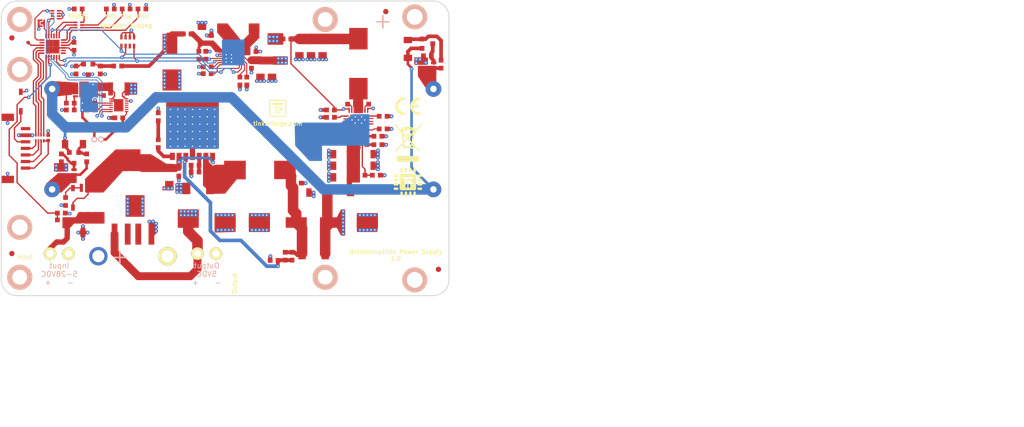
<source format=kicad_pcb>
(kicad_pcb (version 20221018) (generator pcbnew)
  (title_block (title "Battery Holder") (date "2018-11-23") (rev "1.0") (company "Tinkerforge GmbH") (comment 1 "Licensed under CERN OHL v.1.1") (comment 2 "Copyright (©) 2018, B.Nordmeyer <bastian@tinkerforge.com>"))
  (layers (0 "F.Cu" signal) (1 "In1.Cu" power "GND") (2 "In2.Cu" power "VCC") (31 "B.Cu" signal) (34 "B.Paste" user) (35 "F.Paste" user) (36 "B.SilkS" user "B.Silkscreen") (37 "F.SilkS" user "F.Silkscreen") (38 "B.Mask" user) (39 "F.Mask" user) (44 "Edge.Cuts" user))
  (net 0 "")
  (net 1 "GND")
  (net 2 "EP1")
  (net 3 "GBAT")
  (net 4 "Net-(D101-Pad2)")
  (net 5 "Net-(Q101-PadC)")
  (net 6 "Net-(Q102-PadC)")
  (net 7 "Net-(D102-Pad2)")
  (net 8 "VBAT2")
  (net 9 "VBAT1")
  (net 10 "3V3")
  (net 11 "Net-(C102-Pad1)")
  (net 12 "Net-(C103-Pad1)")
  (net 13 "BAT_OUT")
  (net 14 "AGND")
  (net 15 "Net-(C105-Pad2)")
  (net 16 "+5V")
  (net 17 "Net-(C205-Pad1)")
  (net 18 "VIN2")
  (net 19 "Net-(C207-Pad1)")
  (net 20 "Net-(C210-Pad1)")
  (net 21 "Net-(C211-Pad1)")
  (net 22 "Net-(C212-Pad1)")
  (net 23 "Net-(C213-Pad1)")
  (net 24 "Net-(C219-Pad1)")
  (net 25 "Net-(C220-Pad1)")
  (net 26 "Net-(C224-Pad1)")
  (net 27 "VCC")
  (net 28 "Net-(C227-Pad2)")
  (net 29 "Net-(D103-Pad2)")
  (net 30 "Net-(D104-Pad2)")
  (net 31 "Net-(D105-Pad2)")
  (net 32 "Net-(D106-Pad2)")
  (net 33 "Net-(D107-Pad1)")
  (net 34 "Net-(D201-Pad1)")
  (net 35 "VSW")
  (net 36 "Net-(K101-Pad1)")
  (net 37 "Net-(P101-Pad2)")
  (net 38 "VIN")
  (net 39 "Net-(R108-Pad2)")
  (net 40 "DC-IN-VOLTAGE")
  (net 41 "Net-(R205-Pad1)")
  (net 42 "Net-(R206-Pad1)")
  (net 43 "Net-(R209-Pad2)")
  (net 44 "Net-(R211-Pad2)")
  (net 45 "Net-(R217-Pad1)")
  (net 46 "Net-(R219-Pad1)")
  (net 47 "Net-(RP101-Pad1)")
  (net 48 "Net-(RP101-Pad2)")
  (net 49 "Net-(RP101-Pad3)")
  (net 50 "Net-(RP101-Pad4)")
  (net 51 "Net-(P103-Pad4)")
  (net 52 "Net-(P103-Pad5)")
  (net 53 "Net-(P103-Pad6)")
  (net 54 "SPI-MISO")
  (net 55 "SPI-MOSI")
  (net 56 "SPI-CLK")
  (net 57 "SPI-CS")
  (net 58 "BATTERY-SCL")
  (net 59 "BATTERY-SDA")
  (net 60 "CHARGER_STAT1")
  (net 61 "CHARGER_STAT2")
  (net 62 "Net-(R221-Pad2)")
  (net 63 "Net-(P102-Pad1)")
  (net 64 "CHARGER_EN")
  (net 65 "5VOUT")
  (net 66 "CHG_IN")
  (net 67 "L2")
  (net 68 "L1")
  (net 69 "Net-(C107-Pad2)")
  (net 70 "Net-(C201-Pad1)")
  (net 71 "Net-(C221-Pad1)")
  (net 72 "Net-(J102-Pad2)")
  (net 73 "Net-(J102-Pad3)")
  (net 74 "Net-(P103-Pad1)")
  (net 75 "Net-(RP103-Pad3)")
  (net 76 "Net-(RP103-Pad2)")
  (net 77 "Net-(RP201-Pad6)")
  (net 78 "Net-(U101-Pad3)")
  (net 79 "Net-(U101-Pad4)")
  (net 80 "Net-(U101-Pad7)")
  (net 81 "Net-(U101-Pad8)")
  (net 82 "Net-(U101-Pad15)")
  (net 83 "Net-(U101-Pad20)")
  (net 84 "Net-(U102-Pad4)")
  (net 85 "Net-(U103-Pad2)")
  (net 86 "Net-(U103-Pad3)")
  (net 87 "Net-(U103-Pad4)")
  (net 88 "Net-(U103-Pad5)")
  (net 89 "Net-(U103-Pad12)")
  (net 90 "Net-(U201-Pad11)")
  (net 91 "Net-(U201-Pad12)")
  (net 92 "Net-(U201-Pad13)")
  (footprint "SOT26GDS" (layer "F.Cu") (at 153.9 88.7 90)
    (fp_text reference "Q103")
    (fp_text value "DMP2035UVTQ")
  )
  (footprint "SOT26GDS" (layer "F.Cu") (at 85.6 109 90)
    (fp_text reference "Q104")
    (fp_text value "DMP2035UVTQ")
  )
  (footprint "C0603F" (layer "F.Cu") (at 86.8 84.6 -90)
    (fp_text reference "C101")
    (fp_text value "100nF")
  )
  (footprint "R0603F" (layer "F.Cu") (at 156.5 88 -90)
    (fp_text reference "R101")
    (fp_text value "10k")
  )
  (footprint "R0603F" (layer "F.Cu") (at 89.2 105.8 -90)
    (fp_text reference "R102")
    (fp_text value "10k")
  )
  (footprint "R0603F" (layer "F.Cu") (at 153.9 86.4 180)
    (fp_text reference "R103")
    (fp_text value "10k")
  )
  (footprint "R0603F" (layer "F.Cu") (at 84.4 105.8 -90)
    (fp_text reference "R104")
    (fp_text value "10k")
  )
  (footprint "C0603F" (layer "F.Cu") (at 86.1 95.4 180)
    (fp_text reference "C102")
    (fp_text value "100nF")
  )
  (footprint "C0402F" (layer "F.Cu") (at 81.9 102 90)
    (fp_text reference "C103")
    (fp_text value "220pF")
  )
  (footprint "kicad-libraries:C0603F" (layer "F.Cu") (at 90 95.4 180)
    (fp_text reference "C104")
    (fp_text value "100nF/16V")
  )
  (footprint "kicad-libraries:C0603F" (layer "F.Cu") (at 90 96.7)
    (fp_text reference "C105")
    (fp_text value "470nF")
  )
  (footprint "kicad-libraries:ELKO_83" (layer "F.Cu") (at 112 118.1 180)
    (fp_text reference "C106")
    (fp_text value "470µF/16V")
  )
  (footprint "kicad-libraries:C1206" (layer "F.Cu") (at 131.8 84.7 -90)
    (fp_text reference "C201")
    (fp_text value "10uF")
  )
  (footprint "kicad-libraries:C1206" (layer "F.Cu") (at 129.6 84.7 -90)
    (fp_text reference "C202")
    (fp_text value "10uF")
  )
  (footprint "kicad-libraries:C1206" (layer "F.Cu") (at 134 84.7 -90)
    (fp_text reference "C203")
    (fp_text value "10uF")
  )
  (footprint "kicad-libraries:C0603F" (layer "F.Cu") (at 135.5 96.7 180)
    (fp_text reference "C204")
    (fp_text value "100nF/16V")
  )
  (footprint "kicad-libraries:C0603F" (layer "F.Cu") (at 145.5 97.9)
    (fp_text reference "C205")
    (fp_text value "2.2uF")
  )
  (footprint "kicad-libraries:ELKO_103" (layer "F.Cu") (at 98.4 110.6 90)
    (fp_text reference "C206")
    (fp_text value "UWT1H221MNL1GS")
  )
  (footprint "kicad-libraries:C0603F" (layer "F.Cu") (at 139.5 95.6)
    (fp_text reference "C207")
    (fp_text value "100nF/16V")
  )
  (footprint "C1206" (layer "F.Cu") (at 104.9 109.2 -90)
    (fp_text reference "C208")
    (fp_text value "10uF")
  )
  (footprint "C0603F" (layer "F.Cu") (at 106.7 108.5 -90)
    (fp_text reference "C209")
    (fp_text value "100nF")
  )
  (footprint "kicad-libraries:C0603F" (layer "F.Cu") (at 135.5 98.1 180)
    (fp_text reference "C210")
    (fp_text value "8.2nF")
  )
  (footprint "C0603F" (layer "F.Cu") (at 109.8 108.5 180)
    (fp_text reference "C211")
    (fp_text value "100pF")
  )
  (footprint "kicad-libraries:C0603F" (layer "F.Cu") (at 144.5 101.7)
    (fp_text reference "C212")
    (fp_text value "36pF")
  )
  (footprint "kicad-libraries:C0603F" (layer "F.Cu") (at 144.5 103.3)
    (fp_text reference "C213")
    (fp_text value "680pF")
  )
  (footprint "kicad-libraries:C1206" (layer "F.Cu") (at 137.6 105.1 180)
    (fp_text reference "C214")
    (fp_text value "10uF")
  )
  (footprint "kicad-libraries:C1206" (layer "F.Cu") (at 142.1 105.1)
    (fp_text reference "C215")
    (fp_text value "10uF")
  )
  (footprint "kicad-libraries:C1206" (layer "F.Cu") (at 137.6 107.3 180)
    (fp_text reference "C216")
    (fp_text value "10uF")
  )
  (footprint "kicad-libraries:C1206" (layer "F.Cu") (at 142.1 107.3)
    (fp_text reference "C217")
    (fp_text value "10uF")
  )
  (footprint "kicad-libraries:C1206" (layer "F.Cu") (at 137.6 109.5 180)
    (fp_text reference "C218")
    (fp_text value "10uF")
  )
  (footprint "C0603F" (layer "F.Cu") (at 102.8 98 90)
    (fp_text reference "C219")
    (fp_text value "4.7nF")
  )
  (footprint "C0603F" (layer "F.Cu") (at 129.2 110.6)
    (fp_text reference "C220")
    (fp_text value "100nF")
  )
  (footprint "kicad-libraries:C1206" (layer "F.Cu") (at 111.1 82.5 90)
    (fp_text reference "C221")
    (fp_text value "10uF")
  )
  (footprint "kicad-libraries:C0603F" (layer "F.Cu") (at 112.9 83.3 90)
    (fp_text reference "C222")
    (fp_text value "100nF/16V")
  )
  (footprint "C1206" (layer "F.Cu") (at 129.9 112.4)
    (fp_text reference "C223")
    (fp_text value "10uF")
  )
  (footprint "kicad-libraries:C0603F" (layer "F.Cu") (at 112.1 89.8 180)
    (fp_text reference "C224")
    (fp_text value "100nF/16V")
  )
  (footprint "kicad-libraries:ELKO_83" (layer "F.Cu") (at 125.5 118.1)
    (fp_text reference "C225")
    (fp_text value "470µF/16V")
  )
  (footprint "kicad-libraries:C0603F" (layer "F.Cu") (at 111.8 86.3 90)
    (fp_text reference "C226")
    (fp_text value "1uF")
  )
  (footprint "C0603F" (layer "F.Cu") (at 128.2 124.5 -90)
    (fp_text reference "C227")
    (fp_text value "DNP")
  )
  (footprint "kicad-libraries:C0603F" (layer "F.Cu") (at 120.6 85.6)
    (fp_text reference "C228")
    (fp_text value "100nF")
  )
  (footprint "kicad-libraries:C0603F" (layer "F.Cu") (at 120.5 88 -90)
    (fp_text reference "C230")
    (fp_text value "100nF")
  )
  (footprint "C1206" (layer "F.Cu") (at 124.4 88.8 -90)
    (fp_text reference "C231")
    (fp_text value "10uF")
  )
  (footprint "C1206" (layer "F.Cu") (at 122.2 88.8 -90)
    (fp_text reference "C232")
    (fp_text value "10uF")
  )
  (footprint "kicad-libraries:ELKO_83" (layer "F.Cu") (at 139 118.1 180)
    (fp_text reference "C233")
    (fp_text value "470µF/16V")
  )
  (footprint "D0603F" (layer "F.Cu") (at 87.6 77.5)
    (fp_text reference "D103")
    (fp_text value "blue")
  )
  (footprint "D0603F" (layer "F.Cu") (at 93.7 77.5 180)
    (fp_text reference "D104")
    (fp_text value "green")
  )
  (footprint "D0603F" (layer "F.Cu") (at 96.7 77.5 180)
    (fp_text reference "D105")
    (fp_text value "green")
  )
  (footprint "D0603F" (layer "F.Cu") (at 99.7 77.5 180)
    (fp_text reference "D106")
    (fp_text value "green")
  )
  (footprint "SOD-123" (layer "F.Cu") (at 76.7 95.1 90)
    (fp_text reference "D107")
    (fp_text value "B0520LW-7")
  )
  (footprint "SOD-123" (layer "F.Cu") (at 86.6 113.4 -90)
    (fp_text reference "D201")
    (fp_text value "Z12V")
  )
  (footprint "SOD-128" (layer "F.Cu") (at 137.1 112)
    (fp_text reference "D202")
    (fp_text value "PMEG6045")
  )
  (footprint "SOD-128" (layer "F.Cu") (at 110.4 111.6 180)
    (fp_text reference "D203")
    (fp_text value "PMEG6045")
  )
  (footprint "SOD-128" (layer "F.Cu") (at 132.3 124 180)
    (fp_text reference "D204")
    (fp_text value "PMEG6045")
  )
  (footprint "kicad-libraries:USB-A-SMT-8231" (layer "F.Cu") (at 98 124.5)
    (fp_text reference "J102")
    (fp_text value "USB-A")
  )
  (footprint "WE-LHMI" (layer "F.Cu") (at 122.1 108.1)
    (fp_text reference "L202")
    (fp_text value "22uH 74437368220")
  )
  (footprint "WE-PD" (layer "F.Cu") (at 118 81.1 180)
    (fp_text reference "L203")
    (fp_text value "4.7uH 7447789004")
  )
  (footprint "kicad-libraries:SolderJumper" (layer "F.Cu") (at 80.6 80.2)
    (fp_text reference "P101")
    (fp_text value "BOOT")
  )
  (footprint "kicad-libraries:DEBUG_PAD" (layer "F.Cu") (at 78.1 83.9)
    (fp_text reference "P102")
    (fp_text value "DEBUG")
  )
  (footprint "kicad-libraries:OQ_2P" (layer "F.Cu") (at 112 124)
    (fp_text reference "P105")
    (fp_text value "5V Out")
  )
  (footprint "kicad-libraries:OQ_2P" (layer "F.Cu") (at 84 124)
    (fp_text reference "P201")
    (fp_text value "Input")
  )
  (footprint "SOT23EBC" (layer "F.Cu") (at 153.9 84.1 90)
    (fp_text reference "Q101")
    (fp_text value "BC846")
  )
  (footprint "SOT23EBC" (layer "F.Cu") (at 86.8 105.8)
    (fp_text reference "Q102")
    (fp_text value "BC846")
  )
  (footprint "kicad-libraries:SOIC-8-MOSFET" (layer "F.Cu") (at 90.1 114.2 180)
    (fp_text reference "Q201")
    (fp_text value "Si4447ADY")
  )
  (footprint "R0603F" (layer "F.Cu") (at 86.1 96.7 180)
    (fp_text reference "R107")
    (fp_text value "330")
  )
  (footprint "R0603F" (layer "F.Cu") (at 92.4 93.2 -90)
    (fp_text reference "R108")
    (fp_text value "2.7k")
  )
  (footprint "kicad-libraries:R0603F" (layer "F.Cu") (at 95.3 98.2 180)
    (fp_text reference "R109")
    (fp_text value "DNP")
  )
  (footprint "kicad-libraries:R1210" (layer "F.Cu") (at 95.3 92.7)
    (fp_text reference "R110")
    (fp_text value "10m")
  )
  (footprint "R1206" (layer "F.Cu") (at 87 120)
    (fp_text reference "R201")
    (fp_text value "VC120626D580DP")
  )
  (footprint "kicad-libraries:R0603F" (layer "F.Cu") (at 84.4 117.6 180)
    (fp_text reference "R202")
    (fp_text value "10k")
  )
  (footprint "kicad-libraries:R0603F" (layer "F.Cu") (at 84.4 116.3)
    (fp_text reference "R203")
    (fp_text value "1k")
  )
  (footprint "kicad-libraries:R0603F" (layer "F.Cu") (at 85.2 114.1 -90)
    (fp_text reference "R204")
    (fp_text value "10k")
  )
  (footprint "kicad-libraries:R0603F" (layer "F.Cu") (at 142 95.6 180)
    (fp_text reference "R205")
    (fp_text value "332k")
  )
  (footprint "kicad-libraries:R0603F" (layer "F.Cu") (at 145.5 100.3)
    (fp_text reference "R206")
    (fp_text value "105k TBD")
  )
  (footprint "R0603F" (layer "F.Cu") (at 109.8 107.2)
    (fp_text reference "R207")
    (fp_text value "27")
  )
  (footprint "kicad-libraries:R0603F" (layer "F.Cu") (at 142.4 102.5 -90)
    (fp_text reference "R208")
    (fp_text value "36.5k")
  )
  (footprint "kicad-libraries:R0603F" (layer "F.Cu") (at 141.3 109.1)
    (fp_text reference "R209")
    (fp_text value "309k")
  )
  (footprint "kicad-libraries:R0603F" (layer "F.Cu") (at 144.2 109.1)
    (fp_text reference "R210")
    (fp_text value "86.6k")
  )
  (footprint "R0603F" (layer "F.Cu") (at 102.8 103.1 -90)
    (fp_text reference "R211")
    (fp_text value "20k")
  )
  (footprint "kicad-libraries:R0603F" (layer "F.Cu") (at 110.5 86.3 -90)
    (fp_text reference "R212")
    (fp_text value "100")
  )
  (footprint "R0603F" (layer "F.Cu") (at 126.9 124.5 90)
    (fp_text reference "R213")
    (fp_text value "47k")
  )
  (footprint "R0603F" (layer "F.Cu") (at 124.8 125.3)
    (fp_text reference "R214")
    (fp_text value "8.2k")
  )
  (footprint "kicad-libraries:R0603F" (layer "F.Cu") (at 118.3 91.2 -90)
    (fp_text reference "R217")
    (fp_text value "49.9k")
  )
  (footprint "kicad-libraries:R0603F" (layer "F.Cu") (at 112.1 88.5 180)
    (fp_text reference "R219")
    (fp_text value "100k")
  )
  (footprint "kicad-libraries:R0603F" (layer "F.Cu") (at 119.6 91.2 90)
    (fp_text reference "R221")
    (fp_text value "10k")
  )
  (footprint "kicad-libraries:4X0402" (layer "F.Cu") (at 87.7 80.8 -90)
    (fp_text reference "RP101")
    (fp_text value "1k")
  )
  (footprint "kicad-libraries:4X0402" (layer "F.Cu") (at 80.3 102)
    (fp_text reference "RP102")
    (fp_text value "82")
  )
  (footprint "kicad-libraries:4X0402" (layer "F.Cu") (at 83.3 78.6 -90)
    (fp_text reference "RP103")
    (fp_text value "10k")
  )
  (footprint "kicad-libraries:4X0603" (layer "F.Cu") (at 97 83.7)
    (fp_text reference "RP201")
    (fp_text value "1k")
  )
  (footprint "kicad-libraries:DFN2030-6" (layer "F.Cu") (at 88.7 93.3 -90)
    (fp_text reference "U102")
    (fp_text value "AP9211")
  )
  (footprint "kicad-libraries:TDFN14-3x3" (layer "F.Cu") (at 95.3 95.8 180)
    (fp_text reference "U103")
    (fp_text value "MAX17260_LS")
  )
  (footprint "kicad-libraries:VQFN20_45x35" (layer "F.Cu") (at 140.8 98.6 180)
    (fp_text reference "U201")
    (fp_text value "TPS61088RHL")
  )
  (footprint "BD906XX-C-HRP7" (layer "F.Cu") (at 109.3 99.4)
    (fp_text reference "U202")
    (fp_text value "BD906XX-C-HRP7")
  )
  (footprint "WE-LHMI" (layer "F.Cu") (at 140.8 87.9 -90)
    (fp_text reference "L201")
    (fp_text value "1uH 74437368010")
  )
  (footprint "kicad-libraries:CON-SENSOR2" (layer "F.Cu") (at 73 104 -90)
    (fp_text reference "P103")
    (fp_text value "CON-SENSOR2")
  )
  (footprint "kicad-libraries:QFN24-4x4mm-0.5mm" (layer "F.Cu") (at 82.75 84.65 90)
    (fp_text reference "U101")
    (fp_text value "XMC1XXX24")
  )
  (footprint "kicad-libraries:Logo_31x31" (layer "F.Cu") (at 125.5 96.4)
    (fp_text reference "G***" hide)
    (fp_text value "LOGO" hide)
  )
  (footprint "kicad-libraries:Fiducial_Mark" (layer "F.Cu") (at 75 124)
    (fp_text reference "Fiducial_Mark" hide)
    (fp_text value "VAL**" hide)
  )
  (footprint "kicad-libraries:CE_5mm" (layer "F.Cu") (at 150.2 96)
    (fp_text reference "VAL" hide)
    (fp_text value "CE_5mm" hide)
  )
  (footprint "kicad-libraries:WEEE_7mm" (layer "F.Cu") (at 150.2 103)
    (fp_text reference "VAL" hide)
    (fp_text value "WEEE_7mm" hide)
  )
  (footprint "kicad-libraries:Fiducial_Mark" (layer "F.Cu") (at 156 127)
    (fp_text reference "Fiducial_Mark" hide)
    (fp_text value "VAL**" hide)
  )
  (footprint "kicad-libraries:Logo_CoMCU" (layer "F.Cu") (at 150.2 110.4)
    (fp_text reference "G***" hide)
    (fp_text value "LOGO" hide)
  )
  (footprint "kicad-libraries:Fiducial_Mark" (layer "F.Cu") (at 146 78)
    (fp_text reference "Fiducial_Mark" hide)
    (fp_text value "VAL**" hide)
  )
  (footprint "kicad-libraries:Fiducial_Mark" (layer "F.Cu") (at 75 83)
    (fp_text reference "Fiducial_Mark" hide)
    (fp_text value "VAL**" hide)
  )
  (footprint "kicad-libraries:ELKO_83" (layer "F.Cu") (at 105.4 87.5 90)
    (fp_text reference "C229")
    (fp_text value "470µF/16V")
  )
  (footprint "kicad-libraries:DRILL_NP" (layer "F.Cu") (at 76.5 119)
    (fp_text reference "U104" hide)
    (fp_text value "DRILL" hide)
  )
  (footprint "kicad-libraries:DRILL_NP" (layer "F.Cu") (at 151.5 129)
    (fp_text reference "U105" hide)
    (fp_text value "DRILL" hide)
  )
  (footprint "kicad-libraries:DRILL_NP" (layer "F.Cu") (at 76.5 89)
    (fp_text reference "U106" hide)
    (fp_text value "DRILL" hide)
  )
  (footprint "kicad-libraries:DRILL_NP" (layer "F.Cu") (at 151.5 79)
    (fp_text reference "U107" hide)
    (fp_text value "DRILL" hide)
  )
  (footprint "kicad-libraries:DRILL_26" (layer "F.Cu") (at 76.5 128.5)
    (fp_text reference "U108")
    (fp_text value "DRILL")
  )
  (footprint "kicad-libraries:DRILL_26" (layer "F.Cu") (at 134.5 79.5)
    (fp_text reference "U109")
    (fp_text value "DRILL")
  )
  (footprint "kicad-libraries:DRILL_26" (layer "F.Cu") (at 76.5 79.5)
    (fp_text reference "U110")
    (fp_text value "DRILL")
  )
  (footprint "kicad-libraries:DRILL_26" (layer "F.Cu") (at 134.5 128.5)
    (fp_text reference "U111")
    (fp_text value "DRILL")
  )
  (footprint "kicad-libraries:C0603F" (layer "F.Cu") (at 91.8 89.1 90)
    (fp_text reference "C107")
    (fp_text value "1uF")
  )
  (footprint "kicad-libraries:C0603F" (layer "F.Cu") (at 87.2 89.1 90)
    (fp_text reference "C108")
    (fp_text value "1uF")
  )
  (footprint "SOT23-3" (layer "F.Cu") (at 89.5 89)
    (fp_text reference "U112")
    (fp_text value "AP7333-33SA")
  )
  (footprint "kicad-libraries:TDFN14-3x3" (layer "F.Cu") (at 116.2 86.9)
    (fp_text reference "U203")
    (fp_text value "AAT3620")
  )
  (footprint "MiniMelf" (layer "F.Cu") (at 150.2 85.1 -90)
    (fp_text reference "D101")
    (fp_text value "LL4148")
  )
  (footprint "MiniMelf" (layer "F.Cu") (at 86.8 103.2 180)
    (fp_text reference "D102")
    (fp_text value "LL4148")
  )
  (footprint "kicad-libraries:R0603F" (layer "F.Cu") (at 95.1 88.35)
    (fp_text reference "R1")
    (fp_text value "0")
  )
  (footprint "kicad-libraries:R0603F" (layer "F.Cu") (at 127.25 83.2)
    (fp_text reference "R2")
    (fp_text value "0")
  )
  (footprint "kicad-libraries:R0603F" (layer "F.Cu") (at 108.3 82.25 180)
    (fp_text reference "R3")
    (fp_text value "0")
  )
  (footprint "BAT_1049P" (layer "B.Cu") (at 118.85 102.25 180)
    (fp_text reference "J101")
    (fp_text value "BAT_1049P")
  )
  (footprint "kicad-libraries:Pin_Header_Straight_1x02_127" (layer "B.Cu") (at 91.3 102.3 90)
    (fp_text reference "K101")
    (fp_text value "NTC")
  )
  (gr_circle (center 76.5 128.5) (end 78.4 128.5) (stroke (width 1)) (fill none) (layer "B.SilkS"))
  (gr_circle (center 134.5 79.5) (end 136.4 79.5) (stroke (width 1)) (fill none) (layer "B.SilkS"))
  (gr_circle (center 76.5 79.5) (end 78.4 79.5) (stroke (width 1)) (fill none) (layer "B.SilkS"))
  (gr_circle (center 134.5 128.5) (end 136.4 128.5) (stroke (width 1)) (fill none) (layer "B.SilkS"))
  (gr_circle (center 76.5 79.5) (end 78.4 79.5) (stroke (width 1)) (fill none) (layer "F.SilkS"))
  (gr_circle (center 76.5 128.5) (end 78.4 128.5) (stroke (width 1)) (fill none) (layer "F.SilkS"))
  (gr_circle (center 134.5 79.5) (end 136.4 79.5) (stroke (width 1)) (fill none) (layer "F.SilkS"))
  (gr_circle (center 134.5 128.5) (end 136.4 128.5) (stroke (width 1)) (fill none) (layer "F.SilkS"))
  (gr_arc (start 158 129) (mid 157.12132 131.12132) (end 155 132) (stroke (width 0.15)) (layer "Edge.Cuts"))
  (gr_line (start 76 76) (end 155 76) (stroke (width 0.15)) (layer "Edge.Cuts"))
  (gr_line (start 73 129) (end 73 79) (stroke (width 0.15)) (layer "Edge.Cuts"))
  (gr_line (start 155 132) (end 76 132) (stroke (width 0.15)) (layer "Edge.Cuts"))
  (gr_arc (start 73 79) (mid 73.87868 76.87868) (end 76 76) (stroke (width 0.15)) (layer "Edge.Cuts"))
  (gr_arc (start 76 132) (mid 73.87868 131.12132) (end 73 129) (stroke (width 0.15)) (layer "Edge.Cuts"))
  (gr_line (start 158 79) (end 158 129) (stroke (width 0.15)) (layer "Edge.Cuts"))
  (gr_arc (start 155 76) (mid 157.12132 76.87868) (end 158 79) (stroke (width 0.15)) (layer "Edge.Cuts"))
  (gr_text "+" (at 145.45 79.7) (layer "B.SilkS") (effects (font (size 3 3) (thickness 0.3)) (justify mirror)))
  (gr_text "Input\n5-28VDC\n-    +" (at 84 127.9) (layer "B.SilkS") (effects (font (size 1 1)) (justify mirror)))
  (gr_text "Output\n5VDC\n-    +" (at 112 127.9) (layer "B.SilkS") (effects (font (size 1 1)) (justify mirror)))
  (gr_text "+" (at 95.5 124.5) (layer "B.SilkS") (effects (font (size 3 3) (thickness 0.3)) (justify mirror)))
  (gr_text "Uninterruptible Power Supply\n1.0" (at 147.9 124.3) (layer "F.SilkS") (effects (font (size 0.8 0.8))))
  (gr_text "Battery Capacity" (at 96.7 80.8 180) (layer "F.SilkS") (effects (font (size 0.8 0.8))))
  (gr_text "Status" (at 87.6 78.9 180) (layer "F.SilkS") (effects (font (size 0.8 0.8))))
  (gr_text "Mid" (at 96.7 78.9 180) (layer "F.SilkS") (effects (font (size 0.8 0.8))))
  (gr_text "Low" (at 93.7 78.9 180) (layer "F.SilkS") (effects (font (size 0.8 0.8))))
  (gr_text "tinkerforge.com" (at 125.5 99.3) (layer "F.SilkS") (effects (font (size 0.8 0.8))))
  (gr_text "Output" (at 117.3 129.7 90) (layer "F.SilkS") (effects (font (size 0.8 0.8))))
  (gr_text "Input" (at 77.5 124.6) (layer "F.SilkS") (effects (font (size 0.8 0.8))))
  (gr_text "High" (at 99.7 78.9 180) (layer "F.SilkS") (effects (font (size 0.8 0.8))))
  (segment (start 121.99988 119.49988) (end 122 119.5) (width 0.7) (layer "F.Cu") (net 1))
  (segment (start 121.99988 116.70012) (end 122 116.7) (width 0.7) (layer "F.Cu") (net 1))
  (segment (start 142.50012 116.70012) (end 142.5 116.7) (width 0.7) (layer "F.Cu") (net 1))
  (segment (start 142.50012 119.49988) (end 142.5 119.5) (width 0.7) (layer "F.Cu") (net 1))
  (segment (start 115.50012 119.49988) (end 115.5 119.5) (width 0.7) (layer "F.Cu") (net 1))
  (segment (start 115.50012 116.70012) (end 115.5 116.7) (width 0.7) (layer "F.Cu") (net 1))
  (segment (start 106.79988 91.00012) (end 106.8 91) (width 0.7) (layer "F.Cu") (net 1))
  (segment (start 104.00012 91.00012) (end 104 91) (width 0.7) (layer "F.Cu") (net 1))
  (segment (start 112.05 82.55) (end 112 82.5) (width 0.7) (layer "F.Cu") (net 1))
  (segment (start 116.2 86.7) (end 115.7 86.2) (width 0.7) (layer "F.Cu") (net 1))
  (segment (start 116.2 86.7) (end 116.7 86.2) (width 0.7) (layer "F.Cu") (net 1))
  (segment (start 116.2 87.1) (end 116.7 87.6) (width 0.7) (layer "F.Cu") (net 1))
  (segment (start 116.2 87.1) (end 115.7 87.6) (width 0.7) (layer "F.Cu") (net 1))
  (segment (start 96.05 94.15) (end 96 94.1) (width 0.15) (layer "F.Cu") (net 1))
  (segment (start 96.25 94.15) (end 96.7 94.6) (width 0.25) (layer "F.Cu") (net 1))
  (segment (start 96.7 94.6) (end 96.775 94.6) (width 0.25) (layer "F.Cu") (net 1))
  (segment (start 101.5 118.3) (end 101.1 117.9) (width 0.7) (layer "F.Cu") (net 1))
  (segment (start 101.5 118.2) (end 101.8 117.9) (width 0.7) (layer "F.Cu") (net 1))
  (segment (start 101.5 119.2) (end 102.4 118.3) (width 0.7) (layer "F.Cu") (net 1))
  (segment (start 101.5 119.9) (end 102.4 119) (width 0.7) (layer "F.Cu") (net 1))
  (segment (start 101.8 120.3) (end 102.4 119.7) (width 0.7) (layer "F.Cu") (net 1))
  (segment (start 139.325 98.325) (end 139.6 98.6) (width 0.2) (layer "F.Cu") (net 1))
  (segment (start 139.325 98.875) (end 139.6 98.6) (width 0.2) (layer "F.Cu") (net 1))
  (segment (start 139.6 98.6) (end 140.8 98.6) (width 0.2) (layer "F.Cu") (net 1))
  (segment (start 139.6 98.6) (end 140.8 98.6) (width 0.2) (layer "F.Cu") (net 1))
  (segment (start 142.275 98.875) (end 142 98.6) (width 0.2) (layer "F.Cu") (net 1))
  (segment (start 142.275 98.325) (end 142 98.6) (width 0.2) (layer "F.Cu") (net 1))
  (segment (start 142 98.6) (end 140.8 98.6) (width 0.2) (layer "F.Cu") (net 1))
  (segment (start 142 98.6) (end 140.8 98.6) (width 0.2) (layer "F.Cu") (net 1))
  (segment (start 141.55 99.35) (end 140.8 98.6) (width 0.2) (layer "F.Cu") (net 1))
  (segment (start 80.15 79.65) (end 80.1 79.7) (width 0.15) (layer "F.Cu") (net 1))
  (segment (start 80.1 79.7) (end 80.1 80.2) (width 0.15) (layer "F.Cu") (net 1))
  (segment (start 80.1 80.8) (end 80.4 80.8) (width 0.15) (layer "F.Cu") (net 1))
  (segment (start 80.4 80.8) (end 80.375 80.75) (width 0.15) (layer "F.Cu") (net 1))
  (segment (start 124.05 124.55) (end 124.1 124.5) (width 0.7) (layer "F.Cu") (net 1))
  (segment (start 110.7 99.4) (end 112.1 100.8) (width 0.7) (layer "F.Cu") (net 1))
  (segment (start 112.1 99.4) (end 113.5 100.8) (width 0.7) (layer "F.Cu") (net 1))
  (segment (start 109.3 100.8) (end 110.7 102.2) (width 0.7) (layer "F.Cu") (net 1))
  (segment (start 110.7 99.4) (end 113.5 102.2) (width 0.7) (layer "F.Cu") (net 1))
  (segment (start 109.3 102.2) (end 110.7 103.6) (width 0.7) (layer "F.Cu") (net 1))
  (segment (start 109.3 100.8) (end 112.1 103.6) (width 0.7) (layer "F.Cu") (net 1))
  (segment (start 107.9 99.4) (end 106.5 100.8) (width 0.7) (layer "F.Cu") (net 1))
  (segment (start 106.5 99.4) (end 105.1 100.8) (width 0.7) (layer "F.Cu") (net 1))
  (segment (start 109.3 100.8) (end 107.9 102.2) (width 0.7) (layer "F.Cu") (net 1))
  (segment (start 107.9 99.4) (end 105.1 102.2) (width 0.7) (layer "F.Cu") (net 1))
  (segment (start 109.3 102.2) (end 107.9 103.6) (width 0.7) (layer "F.Cu") (net 1))
  (segment (start 109.3 100.8) (end 106.5 103.6) (width 0.7) (layer "F.Cu") (net 1))
  (segment (start 107.9 99.4) (end 106.5 98) (width 0.7) (layer "F.Cu") (net 1))
  (segment (start 106.5 99.4) (end 105.1 98) (width 0.7) (layer "F.Cu") (net 1))
  (segment (start 110.7 99.4) (end 112.1 98) (width 0.7) (layer "F.Cu") (net 1))
  (segment (start 112.1 99.4) (end 113.5 98) (width 0.7) (layer "F.Cu") (net 1))
  (segment (start 109.3 98) (end 107.9 96.6) (width 0.7) (layer "F.Cu") (net 1))
  (segment (start 107.9 99.4) (end 105.1 96.6) (width 0.7) (layer "F.Cu") (net 1))
  (segment (start 109.3 98) (end 110.7 96.6) (width 0.7) (layer "F.Cu") (net 1))
  (segment (start 110.7 99.4) (end 113.5 96.6) (width 0.7) (layer "F.Cu") (net 1))
  (segment (start 104.9 111.1) (end 105.4 111.6) (width 0.7) (layer "F.Cu") (net 1))
  (segment (start 107.6 110.9) (end 107.8 111.1) (width 0.7) (layer "F.Cu") (net 1))
  (segment (start 107.8 111.1) (end 108.20036 111.6) (width 0.7) (layer "F.Cu") (net 1))
  (segment (start 107.7 112.3) (end 107.8 112.2) (width 0.7) (layer "F.Cu") (net 1))
  (segment (start 107.8 112.2) (end 108.20036 111.6) (width 0.7) (layer "F.Cu") (net 1))
  (segment (start 99.75102 114.95102) (end 99.8 115) (width 0.7) (layer "F.Cu") (net 1))
  (segment (start 97.04898 114.95102) (end 97 115) (width 0.7) (layer "F.Cu") (net 1))
  (segment (start 112.55 85.55) (end 112.6 85.6) (width 0.5) (layer "F.Cu") (net 1))
  (segment (start 121.35 84.85) (end 121.4 84.8) (width 0.5) (layer "F.Cu") (net 1))
  (segment (start 83.8 84.9) (end 83.4 85.3) (width 0.25) (layer "F.Cu") (net 1))
  (segment (start 85.8 84.9) (end 86.25 85.35) (width 0.25) (layer "F.Cu") (net 1))
  (segment (start 86.25 85.35) (end 86.8 85.35) (width 0.25) (layer "F.Cu") (net 1))
  (segment (start 84.45 114.85) (end 84.4 114.8) (width 0.25) (layer "F.Cu") (net 1))
  (segment (start 85.9 116.3) (end 86 116.4) (width 0.25) (layer "F.Cu") (net 1))
  (segment (start 88.80076 90.00076) (end 88.7 89.9) (width 0.25) (layer "F.Cu") (net 1))
  (segment (start 90.19924 90.00076) (end 90.3 89.9) (width 0.25) (layer "F.Cu") (net 1))
  (segment (start 92.55 89.85) (end 92.6 89.9) (width 0.25) (layer "F.Cu") (net 1))
  (segment (start 86.45 89.85) (end 86.4 89.9) (width 0.25) (layer "F.Cu") (net 1))
  (segment (start 88.50114 118.80114) (end 88.5 118.8) (width 0.7) (layer "F.Cu") (net 1))
  (segment (start 88.50114 121.19886) (end 88.5 121.2) (width 0.7) (layer "F.Cu") (net 1))
  (segment (start 96.5 94.6) (end 96.05 94.15) (width 0.15) (layer "F.Cu") (net 1))
  (segment (start 96 94.1) (end 96 93.5494) (width 0.25) (layer "F.Cu") (net 1))
  (segment (start 96 93.5494) (end 96.8494 92.7) (width 0.25) (layer "F.Cu") (net 1))
  (segment (start 109.05 109.25) (end 109.1 109.3) (width 0.7) (layer "F.Cu") (net 1))
  (segment (start 114.2 86.1) (end 114 86.3) (width 0.2) (layer "F.Cu") (net 1))
  (segment (start 114.2 86.5) (end 114 86.3) (width 0.2) (layer "F.Cu") (net 1))
  (segment (start 131.8 86.20114) (end 131.8 87.1) (width 0.5) (layer "F.Cu") (net 1))
  (segment (start 141.8 119.5) (end 141.1 119.5) (width 0.7) (layer "F.Cu") (net 1))
  (segment (start 144.5 105.1) (end 144.5 104.4) (width 0.7) (layer "F.Cu") (net 1))
  (segment (start 135.2 109.5) (end 135.2 108.8) (width 0.7) (layer "F.Cu") (net 1))
  (segment (start 106.8 91) (end 106.8 91.7) (width 0.7) (layer "F.Cu") (net 1))
  (segment (start 134 86.20114) (end 134 87.1) (width 0.5) (layer "F.Cu") (net 1))
  (segment (start 115.50012 118.1) (end 115.50012 119.49988) (width 0.7) (layer "F.Cu") (net 1))
  (segment (start 91.8 89.85) (end 92.55 89.85) (width 0.25) (layer "F.Cu") (net 1))
  (segment (start 109.3 99.4) (end 109.3 102.2) (width 0.7) (layer "F.Cu") (net 1))
  (segment (start 131.8 87.1) (end 132.5 87.1) (width 0.5) (layer "F.Cu") (net 1))
  (segment (start 97 114.3) (end 97 113.6) (width 0.7) (layer "F.Cu") (net 1))
  (segment (start 118.3 91.95) (end 118.3 92.8) (width 0.7) (layer "F.Cu") (net 1))
  (segment (start 80.375 79.65) (end 80.15 79.65) (width 0.15) (layer "F.Cu") (net 1))
  (segment (start 104.7 111.6) (end 104 111.6) (width 0.7) (layer "F.Cu") (net 1))
  (segment (start 98.4 114.95102) (end 99.75102 114.95102) (width 0.7) (layer "F.Cu") (net 1))
  (segment (start 109.3 99.4) (end 113.5 103.6) (width 0.7) (layer "F.Cu") (net 1))
  (segment (start 142.50012 118.1) (end 142.50012 119.49988) (width 0.7) (layer "F.Cu") (net 1))
  (segment (start 131.40114 112.4) (end 132.3 112.4) (width 0.7) (layer "F.Cu") (net 1))
  (segment (start 134 87.1) (end 133.3 87.1) (width 0.5) (layer "F.Cu") (net 1))
  (segment (start 81.9 101.5) (end 81.9 100.7) (width 0.5) (layer "F.Cu") (net 1))
  (segment (start 104 91) (end 104 91.7) (width 0.7) (layer "F.Cu") (net 1))
  (segment (start 106.8 91.7) (end 106.8 92.4) (width 0.7) (layer "F.Cu") (net 1))
  (segment (start 84.775 84.9) (end 85.8 84.9) (width 0.25) (layer "F.Cu") (net 1))
  (segment (start 109.3 99.4) (end 110.7 100.8) (width 0.7) (layer "F.Cu") (net 1))
  (segment (start 124.4 90.30114) (end 124.4 91.2) (width 0.5) (layer "F.Cu") (net 1))
  (segment (start 109.3 99.4) (end 112.1 99.4) (width 0.7) (layer "F.Cu") (net 1))
  (segment (start 116.2 86.9) (end 116.2 86.7) (width 0.7) (layer "F.Cu") (net 1))
  (segment (start 98.4 92) (end 98.4 92.7) (width 0.5) (layer "F.Cu") (net 1))
  (segment (start 80.1 80.2) (end 80.1 81.3) (width 0.2) (layer "F.Cu") (net 1))
  (segment (start 122.2 91.2) (end 122.9 91.2) (width 0.5) (layer "F.Cu") (net 1))
  (segment (start 114.725 86.1) (end 114.2 86.1) (width 0.2) (layer "F.Cu") (net 1))
  (segment (start 74.2 98.1) (end 74.2 99.2) (width 0.2) (layer "F.Cu") (net 1))
  (segment (start 109.3 99.4) (end 112.1 96.6) (width 0.7) (layer "F.Cu") (net 1))
  (segment (start 89.5 90.00076) (end 88.80076 90.00076) (width 0.25) (layer "F.Cu") (net 1))
  (segment (start 109.3 99.4) (end 109.3 102.2) (width 0.7) (layer "F.Cu") (net 1))
  (segment (start 109.3 99.4) (end 110.7 99.4) (width 0.7) (layer "F.Cu") (net 1))
  (segment (start 96.775 94.6) (end 96.5 94.6) (width 0.15) (layer "F.Cu") (net 1))
  (segment (start 135.2 109.5) (end 135.2 110.2) (width 0.7) (layer "F.Cu") (net 1))
  (segment (start 140.8 98.6) (end 141.4 98) (width 0.2) (layer "F.Cu") (net 1))
  (segment (start 109.05 107.2) (end 109.05 108.5) (width 0.7) (layer "F.Cu") (net 1))
  (segment (start 109.3 105.525) (end 109.3 99.4) (width 1) (layer "F.Cu") (net 1))
  (segment (start 109.3 99.4) (end 109.3 100.8) (width 0.7) (layer "F.Cu") (net 1))
  (segment (start 145.25 103.3) (end 146.1 103.3) (width 0.7) (layer "F.Cu") (net 1))
  (segment (start 101.5 120.3) (end 101.5 118.2) (width 0.7) (layer "F.Cu") (net 1))
  (segment (start 146.25 97.9) (end 147.1 97.9) (width 0.7) (layer "F.Cu") (net 1))
  (segment (start 107.1 111.6) (end 107.1 112.3) (width 0.7) (layer "F.Cu") (net 1))
  (segment (start 104 90.3) (end 104 89.6) (width 0.7) (layer "F.Cu") (net 1))
  (segment (start 143.60114 107.3) (end 144.5 107.3) (width 0.7) (layer "F.Cu") (net 1))
  (segment (start 109.3 99.4) (end 112.1 99.4) (width 0.7) (layer "F.Cu") (net 1))
  (segment (start 97 115) (end 97 115.7) (width 0.7) (layer "F.Cu") (net 1))
  (segment (start 109.3 99.4) (end 105.1 103.6) (width 0.7) (layer "F.Cu") (net 1))
  (segment (start 109.3 99.4) (end 105.1 99.4) (width 0.7) (layer "F.Cu") (net 1))
  (segment (start 99.8 115.7) (end 99.8 116.4) (width 0.7) (layer "F.Cu") (net 1))
  (segment (start 142.5 119.5) (end 141.8 119.5) (width 0.7) (layer "F.Cu") (net 1))
  (segment (start 144.95 109.1) (end 145.8 109.1) (width 0.7) (layer "F.Cu") (net 1))
  (segment (start 109.3 99.4) (end 109.3 100.8) (width 0.7) (layer "F.Cu") (net 1))
  (segment (start 109.3 99.4) (end 106.5 99.4) (width 0.7) (layer "F.Cu") (net 1))
  (segment (start 109.3 99.4) (end 109.3 103.6) (width 0.7) (layer "F.Cu") (net 1))
  (segment (start 143.60114 105.1) (end 144.5 105.1) (width 0.7) (layer "F.Cu") (net 1))
  (segment (start 116.2 86.9) (end 115.7 86.9) (width 0.7) (layer "F.Cu") (net 1))
  (segment (start 88.50114 120) (end 89.4 120) (width 0.7) (layer "F.Cu") (net 1))
  (segment (start 109.3 99.4) (end 106.5 96.6) (width 0.7) (layer "F.Cu") (net 1))
  (segment (start 131.8 87.1) (end 131.1 87.1) (width 0.5) (layer "F.Cu") (net 1))
  (segment (start 97 115.7) (end 97 116.4) (width 0.7) (layer "F.Cu") (net 1))
  (segment (start 109.3 99.4) (end 106.5 102.2) (width 0.7) (layer "F.Cu") (net 1))
  (segment (start 106.4 110.9) (end 106.4 111.6) (width 0.7) (layer "F.Cu") (net 1))
  (segment (start 106.7 109.25) (end 106.7 110.1) (width 0.7) (layer "F.Cu") (net 1))
  (segment (start 98.4 92.7) (end 98.4 93.4) (width 0.5) (layer "F.Cu") (net 1))
  (segment (start 97.7 92.7) (end 97.7 93.4) (width 0.5) (layer "F.Cu") (net 1))
  (segment (start 122.7 116.7) (end 123.4 116.7) (width 0.7) (layer "F.Cu") (net 1))
  (segment (start 109.3 99.4) (end 110.7 99.4) (width 0.7) (layer "F.Cu") (net 1))
  (segment (start 105.4 111.6) (end 104.7 111.6) (width 0.7) (layer "F.Cu") (net 1))
  (segment (start 101.5 120.3) (end 101.5 119.9) (width 0.7) (layer "F.Cu") (net 1))
  (segment (start 83.4 85.3) (end 82.1 85.3) (width 0.25) (layer "F.Cu") (net 1))
  (segment (start 136.09886 107.3) (end 135.2 107.3) (width 0.7) (layer "F.Cu") (net 1))
  (segment (start 109.3 99.4) (end 107.9 98) (width 0.7) (layer "F.Cu") (net 1))
  (segment (start 121.35 85.6) (end 121.35 84.85) (width 0.5) (layer "F.Cu") (net 1))
  (segment (start 135.2 105.1) (end 135.2 105.8) (width 0.7) (layer "F.Cu") (net 1))
  (segment (start 121.3 119.5) (end 120.6 119.5) (width 0.7) (layer "F.Cu") (net 1))
  (segment (start 109.3 99.4) (end 110.7 99.4) (width 0.7) (layer "F.Cu") (net 1))
  (segment (start 101.5 120.3) (end 101.5 119.2) (width 0.7) (layer "F.Cu") (net 1))
  (segment (start 109.3 99.4) (end 107.9 99.4) (width 0.7) (layer "F.Cu") (net 1))
  (segment (start 101.5 120.3) (end 101.5 118.3) (width 0.7) (layer "F.Cu") (net 1))
  (segment (start 109.3 99.4) (end 109.3 98) (width 0.7) (layer "F.Cu") (net 1))
  (segment (start 109.3 99.4) (end 112.1 102.2) (width 0.7) (layer "F.Cu") (net 1))
  (segment (start 114.8 116.7) (end 114.1 116.7) (width 0.7) (layer "F.Cu") (net 1))
  (segment (start 105.4 91.00012) (end 104.00012 91.00012) (width 0.7) (layer "F.Cu") (net 1))
  (segment (start 134.45 98.1) (end 133.6 98.1) (width 0.7) (layer "F.Cu") (net 1))
  (segment (start 122.7 119.5) (end 123.4 119.5) (width 0.7) (layer "F.Cu") (net 1))
  (segment (start 88.50114 120) (end 88.50114 118.80114) (width 0.7) (layer "F.Cu") (net 1))
  (segment (start 109.3 99.4) (end 110.7 98) (width 0.7) (layer "F.Cu") (net 1))
  (segment (start 141.8 116.7) (end 141.1 116.7) (width 0.7) (layer "F.Cu") (net 1))
  (segment (start 116.2 86.9) (end 116.2 87.1) (width 0.7) (layer "F.Cu") (net 1))
  (segment (start 87.2 89.85) (end 86.45 89.85) (width 0.25) (layer "F.Cu") (net 1))
  (segment (start 135.2 105.1) (end 135.2 104.4) (width 0.7) (layer "F.Cu") (net 1))
  (segment (start 136.09886 105.1) (end 135.2 105.1) (width 0.7) (layer "F.Cu") (net 1))
  (segment (start 116.2 86.9) (end 116.2 87.1) (width 0.7) (layer "F.Cu") (net 1))
  (segment (start 109.3 99.4) (end 109.3 100.8) (width 0.7) (layer "F.Cu") (net 1))
  (segment (start 106.4 111.6) (end 106.4 112.3) (width 0.7) (layer "F.Cu") (net 1))
  (segment (start 101.5 120.3) (end 101.8 120.3) (width 0.7) (layer "F.Cu") (net 1))
  (segment (start 111.35 88.5) (end 110.5 88.5) (width 0.5) (layer "F.Cu") (net 1))
  (segment (start 109.3 99.4) (end 109.3 96.6) (width 0.7) (layer "F.Cu") (net 1))
  (segment (start 88.50114 120) (end 87.6 120) (width 0.7) (layer "F.Cu") (net 1))
  (segment (start 109.3 99.4) (end 107.9 99.4) (width 0.7) (layer "F.Cu") (net 1))
  (segment (start 140.8 98.6) (end 141.4 99.2) (width 0.2) (layer "F.Cu") (net 1))
  (segment (start 82.1 85.3) (end 82.1 84) (width 0.25) (layer "F.Cu") (net 1))
  (segment (start 142.5 116.7) (end 141.8 116.7) (width 0.7) (layer "F.Cu") (net 1))
  (segment (start 114.725 86.5) (end 114.2 86.5) (width 0.2) (layer "F.Cu") (net 1))
  (segment (start 136.09886 109.5) (end 135.2 109.5) (width 0.7) (layer "F.Cu") (net 1))
  (segment (start 115.5 116.7) (end 114.8 116.7) (width 0.7) (layer "F.Cu") (net 1))
  (segment (start 83.4 84) (end 83.4 85.3) (width 0.25) (layer "F.Cu") (net 1))
  (segment (start 109.3 99.4) (end 109.3 102.2) (width 0.7) (layer "F.Cu") (net 1))
  (segment (start 97.7 92) (end 98.4 92) (width 0.5) (layer "F.Cu") (net 1))
  (segment (start 111.1 80.99886) (end 111.1 80.1) (width 0.5) (layer "F.Cu") (net 1))
  (segment (start 107.1 111.6) (end 107.1 110.9) (width 0.7) (layer "F.Cu") (net 1))
  (segment (start 109.3 99.4) (end 107.9 100.8) (width 0.7) (layer "F.Cu") (net 1))
  (segment (start 134 87.1) (end 134.7 87.1) (width 0.5) (layer "F.Cu") (net 1))
  (segment (start 109.3 99.4) (end 110.7 99.4) (width 0.7) (layer "F.Cu") (net 1))
  (segment (start 143.2 116.7) (end 143.9 116.7) (width 0.7) (layer "F.Cu") (net 1))
  (segment (start 77.6 101.5) (end 76.3 101.5) (width 0.7) (layer "F.Cu") (net 1))
  (segment (start 98.4 114.95102) (end 97.04898 114.95102) (width 0.7) (layer "F.Cu") (net 1))
  (segment (start 129.6 87.1) (end 130.3 87.1) (width 0.5) (layer "F.Cu") (net 1))
  (segment (start 111.8 85.55) (end 112.55 85.55) (width 0.5) (layer "F.Cu") (net 1))
  (segment (start 104 91) (end 104 90.3) (width 0.7) (layer "F.Cu") (net 1))
  (segment (start 142.525 98.6) (end 142 98.6) (width 0.2) (layer "F.Cu") (net 1))
  (segment (start 129.95 110.6) (end 130.8 110.6) (width 0.7) (layer "F.Cu") (net 1))
  (segment (start 124.4 91.2) (end 123.7 91.2) (width 0.5) (layer "F.Cu") (net 1))
  (segment (start 105.4 91.00012) (end 106.79988 91.00012) (width 0.7) (layer "F.Cu") (net 1))
  (segment (start 109.3 99.4) (end 109.3 98) (width 0.7) (layer "F.Cu") (net 1))
  (segment (start 85.15 116.3) (end 85.9 116.3) (width 0.25) (layer "F.Cu") (net 1))
  (segment (start 140.8 98.6) (end 140.2 98) (width 0.2) (layer "F.Cu") (net 1))
  (segment (start 146.25 100.3) (end 147.1 100.3) (width 0.7) (layer "F.Cu") (net 1))
  (segment (start 129.6 87.1) (end 128.9 87.1) (width 0.5) (layer "F.Cu") (net 1))
  (segment (start 145.25 101.7) (end 146.1 101.7) (width 0.7) (layer "F.Cu") (net 1))
  (segment (start 135.2 107.3) (end 135.2 108) (width 0.7) (layer "F.Cu") (net 1))
  (segment (start 77.6 101.5) (end 78.9 101.5) (width 0.7) (layer "F.Cu") (net 1))
  (segment (start 108.20036 111.6) (end 107.1 111.6) (width 0.7) (layer "F.Cu") (net 1))
  (segment (start 120.5 88.75) (end 120.5 89.6) (width 0.5) (layer "F.Cu") (net 1))
  (segment (start 115.5 119.5) (end 114.8 119.5) (width 0.7) (layer "F.Cu") (net 1))
  (segment (start 99.8 114.3) (end 99.8 113.6) (width 0.7) (layer "F.Cu") (net 1))
  (segment (start 142.95 99.35) (end 141.55 99.35) (width 0.2) (layer "F.Cu") (net 1))
  (segment (start 122 119.5) (end 121.3 119.5) (width 0.7) (layer "F.Cu") (net 1))
  (segment (start 116.2 119.5) (end 116.9 119.5) (width 0.7) (layer "F.Cu") (net 1))
  (segment (start 85.2 114.85) (end 84.45 114.85) (width 0.25) (layer "F.Cu") (net 1))
  (segment (start 109.3 99.4) (end 112.1 99.4) (width 0.7) (layer "F.Cu") (net 1))
  (segment (start 106.8 90.3) (end 106.8 89.6) (width 0.7) (layer "F.Cu") (net 1))
  (segment (start 111.35 89.8) (end 110.5 89.8) (width 0.5) (layer "F.Cu") (net 1))
  (segment (start 96.05 94.15) (end 96.25 94.15) (width 0.25) (layer "F.Cu") (net 1))
  (segment (start 109.05 108.5) (end 109.05 109.25) (width 0.7) (layer "F.Cu") (net 1))
  (segment (start 144.5 107.3) (end 144.5 108) (width 0.7) (layer "F.Cu") (net 1))
  (segment (start 122 116.7) (end 122.7 116.7) (width 0.7) (layer "F.Cu") (net 1))
  (segment (start 144.5 107.3) (end 144.5 106.6) (width 0.7) (layer "F.Cu") (net 1))
  (segment (start 116.2 86.9) (end 116.2 86.7) (width 0.7) (layer "F.Cu") (net 1))
  (segment (start 124.05 125.3) (end 124.05 124.55) (width 0.7) (layer "F.Cu") (net 1))
  (segment (start 107.1 112.3) (end 107.7 112.3) (width 0.7) (layer "F.Cu") (net 1))
  (segment (start 115.50012 118.1) (end 115.50012 116.70012) (width 0.7) (layer "F.Cu") (net 1))
  (segment (start 80.1 80.2) (end 80.1 80.8) (width 0.15) (layer "F.Cu") (net 1))
  (segment (start 111.1 80.1) (end 111.8 80.1) (width 0.5) (layer "F.Cu") (net 1))
  (segment (start 109.3 99.4) (end 106.5 99.4) (width 0.7) (layer "F.Cu") (net 1))
  (segment (start 84.775 84.9) (end 83.8 84.9) (width 0.25) (layer "F.Cu") (net 1))
  (segment (start 122 116.7) (end 121.3 116.7) (width 0.7) (layer "F.Cu") (net 1))
  (segment (start 116.2 86.9) (end 116.7 86.9) (width 0.7) (layer "F.Cu") (net 1))
  (segment (start 129.6 86.20114) (end 129.6 87.1) (width 0.5) (layer "F.Cu") (net 1))
  (segment (start 139.075 98.6) (end 139.6 98.6) (width 0.2) (layer "F.Cu") (net 1))
  (segment (start 109.3 99.4) (end 110.7 99.4) (width 0.7) (layer "F.Cu") (net 1))
  (segment (start 115.5 119.5) (end 116.2 119.5) (width 0.7) (layer "F.Cu") (net 1))
  (segment (start 121.3 116.7) (end 120.6 116.7) (width 0.7) (layer "F.Cu") (net 1))
  (segment (start 135.2 107.3) (end 135.2 106.6) (width 0.7) (layer "F.Cu") (net 1))
  (segment (start 122.2 90.30114) (end 122.2 91.2) (width 0.5) (layer "F.Cu") (net 1))
  (segment (start 112.9 82.55) (end 112.9 81.6) (width 0.7) (layer "F.Cu") (net 1))
  (segment (start 106.8 91) (end 106.8 90.3) (width 0.7) (layer "F.Cu") (net 1))
  (segment (start 109.3 99.4) (end 106.5 99.4) (width 0.7) (layer "F.Cu") (net 1))
  (segment (start 99.8 115) (end 99.8 115.7) (width 0.7) (layer "F.Cu") (net 1))
  (segment (start 109.3 99.4) (end 109.3 98) (width 0.7) (layer "F.Cu") (net 1))
  (segment (start 116.2 116.7) (end 116.9 116.7) (width 0.7) (layer "F.Cu") (net 1))
  (segment (start 121.99988 118.1) (end 121.99988 116.70012) (width 0.7) (layer "F.Cu") (net 1))
  (segment (start 109.3 99.4) (end 109.3 100.8) (width 0.7) (layer "F.Cu") (net 1))
  (segment (start 132.3 112.4) (end 132.3 113.1) (width 0.7) (layer "F.Cu") (net 1))
  (segment (start 122.2 91.2) (end 121.5 91.2) (width 0.5) (layer "F.Cu") (net 1))
  (segment (start 74.2 109.9) (end 74.2 108.8) (width 0.2) (layer "F.Cu") (net 1))
  (segment (start 96.8494 92.7) (end 97.7 92.7) (width 0.5) (layer "F.Cu") (net 1))
  (segment (start 112.9 82.55) (end 112.05 82.55) (width 0.7) (layer "F.Cu") (net 1))
  (segment (start 142.75 98.325) (end 142.275 98.325) (width 0.2) (layer "F.Cu") (net 1))
  (segment (start 109.3 99.4) (end 113.5 99.4) (width 0.7) (layer "F.Cu") (net 1))
  (segment (start 89.5 90.00076) (end 90.19924 90.00076) (width 0.25) (layer "F.Cu") (net 1))
  (segment (start 99.8 115) (end 99.8 114.3) (width 0.7) (layer "F.Cu") (net 1))
  (segment (start 121.35 85.6) (end 122.2 85.6) (width 0.5) (layer "F.Cu") (net 1))
  (segment (start 142.5 119.5) (end 143.2 119.5) (width 0.7) (layer "F.Cu") (net 1))
  (segment (start 109.3 99.4) (end 107.9 99.4) (width 0.7) (layer "F.Cu") (net 1))
  (segment (start 134.45 96.7) (end 133.6 96.7) (width 0.7) (layer "F.Cu") (net 1))
  (segment (start 142.75 98.875) (end 142.275 98.875) (width 0.2) (layer "F.Cu") (net 1))
  (segment (start 86.8 85.35) (end 86.8 86.2) (width 0.25) (layer "F.Cu") (net 1))
  (segment (start 97 115) (end 97 114.3) (width 0.7) (layer "F.Cu") (net 1))
  (segment (start 142.5 116.7) (end 143.2 116.7) (width 0.7) (layer "F.Cu") (net 1))
  (segment (start 88.50114 120) (end 88.50114 121.19886) (width 0.7) (layer "F.Cu") (net 1))
  (segment (start 124.4 91.2) (end 125.1 91.2) (width 0.5) (layer "F.Cu") (net 1))
  (segment (start 115.5 116.7) (end 116.2 116.7) (width 0.7) (layer "F.Cu") (net 1))
  (segment (start 121.99988 118.1) (end 121.99988 119.49988) (width 0.7) (layer "F.Cu") (net 1))
  (segment (start 97.7 92.7) (end 97.7 92) (width 0.5) (layer "F.Cu") (net 1))
  (segment (start 104.9 110.70114) (end 104.9 111.1) (width 0.7) (layer "F.Cu") (net 1))
  (segment (start 109.3 99.4) (end 107.9 99.4) (width 0.7) (layer "F.Cu") (net 1))
  (segment (start 107.1 110.9) (end 106.4 110.9) (width 0.7) (layer "F.Cu") (net 1))
  (segment (start 107.1 110.9) (end 107.6 110.9) (width 0.7) (layer "F.Cu") (net 1))
  (segment (start 109.3 99.4) (end 109.3 100.8) (width 0.7) (layer "F.Cu") (net 1))
  (segment (start 102.8 97.25) (end 102.8 96.4) (width 0.5) (layer "F.Cu") (net 1))
  (segment (start 143.2 119.5) (end 143.9 119.5) (width 0.7) (layer "F.Cu") (net 1))
  (segment (start 104 91.7) (end 104 92.4) (width 0.7) (layer "F.Cu") (net 1))
  (segment (start 109.3 99.4) (end 107.9 99.4) (width 0.7) (layer "F.Cu") (net 1))
  (segment (start 144.5 105.1) (end 144.5 105.8) (width 0.7) (layer "F.Cu") (net 1))
  (segment (start 122 119.5) (end 122.7 119.5) (width 0.7) (layer "F.Cu") (net 1))
  (segment (start 111.1 80.1) (end 110.4 80.1) (width 0.5) (layer "F.Cu") (net 1))
  (segment (start 140.8 98.6) (end 140.2 99.2) (width 0.2) (layer "F.Cu") (net 1))
  (segment (start 114.8 119.5) (end 114.1 119.5) (width 0.7) (layer "F.Cu") (net 1))
  (segment (start 142.50012 118.1) (end 142.50012 116.70012) (width 0.7) (layer "F.Cu") (net 1))
  (via (at 135.2 108.8) (size 0.7) (drill 0.25) (layers "F.Cu" "B.Cu") (net 1))
  (via (at 105.1 103.6) (size 0.7) (drill 0.25) (layers "F.Cu" "B.Cu") (net 1))
  (via (at 114.8 116.7) (size 0.7) (drill 0.25) (layers "F.Cu" "B.Cu") (net 1))
  (via (at 106.4 111.6) (size 0.7) (drill 0.25) (layers "F.Cu" "B.Cu") (net 1))
  (via (at 115.7 87.6) (size 0.7) (drill 0.25) (layers "F.Cu" "B.Cu") (net 1))
  (via (at 135.2 104.4) (size 0.7) (drill 0.25) (layers "F.Cu" "B.Cu") (net 1))
  (via (at 112.1 99.4) (size 0.7) (drill 0.25) (layers "F.Cu" "B.Cu") (net 1))
  (via (at 124.1 124.5) (size 0.7) (drill 0.25) (layers "F.Cu" "B.Cu") (net 1))
  (via (at 112.1 103.6) (size 0.7) (drill 0.25) (layers "F.Cu" "B.Cu") (net 1))
  (via (at 144.5 105.1) (size 0.7) (drill 0.25) (layers "F.Cu" "B.Cu") (net 1))
  (via (at 86.4 89.9) (size 0.7) (drill 0.25) (layers "F.Cu" "B.Cu") (net 1))
  (via (at 112.1 100.8) (size 0.7) (drill 0.25) (layers "F.Cu" "B.Cu") (net 1))
  (via (at 87.6 120) (size 0.7) (drill 0.25) (layers "F.Cu" "B.Cu") (net 1))
  (via (at 104 92.4) (size 0.7) (drill 0.25) (layers "F.Cu" "B.Cu") (net 1))
  (via (at 99.8 116.4) (size 0.7) (drill 0.25) (layers "F.Cu" "B.Cu") (net 1))
  (via (at 114 86.3) (size 0.7) (drill 0.25) (layers "F.Cu" "B.Cu") (net 1))
  (via (at 143.9 116.7) (size 0.7) (drill 0.25) (layers "F.Cu" "B.Cu") (net 1))
  (via (at 105.4 111.6) (size 0.7) (drill 0.25) (layers "F.Cu" "B.Cu") (net 1))
  (via (at 147.1 97.9) (size 0.7) (drill 0.25) (layers "F.Cu" "B.Cu") (net 1))
  (via (at 97.7 93.4) (size 0.7) (drill 0.25) (layers "F.Cu" "B.Cu") (net 1))
  (via (at 142 98.6) (size 0.7) (drill 0.25) (layers "F.Cu" "B.Cu") (net 1))
  (via (at 88.5 118.8) (size 0.7) (drill 0.25) (layers "F.Cu" "B.Cu") (net 1))
  (via (at 80.1 81.3) (size 0.7) (drill 0.25) (layers "F.Cu" "B.Cu") (net 1))
  (via (at 123.7 91.2) (size 0.7) (drill 0.25) (layers "F.Cu" "B.Cu") (net 1))
  (via (at 112.1 96.6) (size 0.7) (drill 0.25) (layers "F.Cu" "B.Cu") (net 1))
  (via (at 141.4 99.2) (size 0.7) (drill 0.25) (layers "F.Cu" "B.Cu") (net 1))
  (via (at 116.2 119.5) (size 0.7) (drill 0.25) (layers "F.Cu" "B.Cu") (net 1))
  (via (at 109.3 96.6) (size 0.7) (drill 0.25) (layers "F.Cu" "B.Cu") (net 1))
  (via (at 143.9 119.5) (size 0.7) (drill 0.25) (layers "F.Cu" "B.Cu") (net 1))
  (via (at 101.8 117.9) (size 0.7) (drill 0.25) (layers "F.Cu" "B.Cu") (net 1))
  (via (at 107.1 112.3) (size 0.7) (drill 0.25) (layers "F.Cu" "B.Cu") (net 1))
  (via (at 102.4 119) (size 0.7) (drill 0.25) (layers "F.Cu" "B.Cu") (net 1))
  (via (at 120.6 119.5) (size 0.7) (drill 0.25) (layers "F.Cu" "B.Cu") (net 1))
  (via (at 122 119.5) (size 0.7) (drill 0.25) (layers "F.Cu" "B.Cu") (net 1))
  (via (at 131.8 87.1) (size 0.7) (drill 0.25) (layers "F.Cu" "B.Cu") (net 1))
  (via (at 132.3 112.4) (size 0.7) (drill 0.25) (layers "F.Cu" "B.Cu") (net 1))
  (via (at 122.2 85.6) (size 0.7) (drill 0.25) (layers "F.Cu" "B.Cu") (net 1))
  (via (at 106.8 90.3) (size 0.7) (drill 0.25) (layers "F.Cu" "B.Cu") (net 1))
  (via (at 140.2 98) (size 0.7) (drill 0.25) (layers "F.Cu" "B.Cu") (net 1))
  (via (at 99.8 113.6) (size 0.7) (drill 0.25) (layers "F.Cu" "B.Cu") (net 1))
  (via (at 125.1 91.2) (size 0.7) (drill 0.25) (layers "F.Cu" "B.Cu") (net 1))
  (via (at 145.8 109.1) (size 0.7) (drill 0.25) (layers "F.Cu" "B.Cu") (net 1))
  (via (at 141.4 98) (size 0.7) (drill 0.25) (layers "F.Cu" "B.Cu") (net 1))
  (via (at 112.6 85.6) (size 0.7) (drill 0.25) (layers "F.Cu" "B.Cu") (net 1))
  (via (at 102.4 119.7) (size 0.7) (drill 0.25) (layers "F.Cu" "B.Cu") (net 1))
  (via (at 122 116.7) (size 0.7) (drill 0.25) (layers "F.Cu" "B.Cu") (net 1))
  (via (at 106.5 100.8) (size 0.7) (drill 0.25) (layers "F.Cu" "B.Cu") (net 1))
  (via (at 134 87.1) (size 0.7) (drill 0.25) (layers "F.Cu" "B.Cu") (net 1))
  (via (at 106.4 110.9) (size 0.7) (drill 0.25) (layers "F.Cu" "B.Cu") (net 1))
  (via (at 90.3 89.9) (size 0.7) (drill 0.25) (layers "F.Cu" "B.Cu") (net 1))
  (via (at 110.7 100.8) (size 0.7) (drill 0.25) (layers "F.Cu" "B.Cu") (net 1))
  (via (at 88.5 121.2) (size 0.7) (drill 0.25) (layers "F.Cu" "B.Cu") (net 1))
  (via (at 109.3 98) (size 0.7) (drill 0.25) (layers "F.Cu" "B.Cu") (net 1))
  (via (at 99.8 115.7) (size 0.7) (drill 0.25) (layers "F.Cu" "B.Cu") (net 1))
  (via (at 144.5 108) (size 0.7) (drill 0.25) (layers "F.Cu" "B.Cu") (net 1))
  (via (at 146.1 101.7) (size 0.7) (drill 0.25) (layers "F.Cu" "B.Cu") (net 1))
  (via (at 92.7 89.9) (size 0.7) (drill 0.25) (layers "F.Cu" "B.Cu") (net 1))
  (via (at 112 82.5) (size 0.7) (drill 0.25) (layers "F.Cu" "B.Cu") (net 1))
  (via (at 105.1 99.4) (size 0.7) (drill 0.25) (layers "F.Cu" "B.Cu") (net 1))
  (via (at 143.2 116.7) (size 0.7) (drill 0.25) (layers "F.Cu" "B.Cu") (net 1))
  (via (at 97 115.7) (size 0.7) (drill 0.25) (layers "F.Cu" "B.Cu") (net 1))
  (via (at 107.1 110.9) (size 0.7) (drill 0.25) (layers "F.Cu" "B.Cu") (net 1))
  (via (at 81.9 100.7) (size 0.7) (drill 0.25) (layers "F.Cu" "B.Cu") (net 1))
  (via (at 106.8 91) (size 0.7) (drill 0.25) (layers "F.Cu" "B.Cu") (net 1))
  (via (at 146.1 103.3) (size 0.7) (drill 0.25) (layers "F.Cu" "B.Cu") (net 1))
  (via (at 113.5 103.6) (size 0.7) (drill 0.25) (layers "F.Cu" "B.Cu") (net 1))
  (via (at 134.7 87.1) (size 0.7) (drill 0.25) (layers "F.Cu" "B.Cu") (net 1))
  (via (at 107.1 111.6) (size 0.7) (drill 0.25) (layers "F.Cu" "B.Cu") (net 1))
  (via (at 106.8 91.7) (size 0.7) (drill 0.25) (layers "F.Cu" "B.Cu") (net 1))
  (via (at 122.2 91.2) (size 0.7) (drill 0.25) (layers "F.Cu" "B.Cu") (net 1))
  (via (at 120.6 116.7) (size 0.7) (drill 0.25) (layers "F.Cu" "B.Cu") (net 1))
  (via (at 107.9 100.8) (size 0.7) (drill 0.25) (layers "F.Cu" "B.Cu") (net 1))
  (via (at 124.4 91.2) (size 0.7) (drill 0.25) (layers "F.Cu" "B.Cu") (net 1))
  (via (at 115.7 86.9) (size 0.7) (drill 0.25) (layers "F.Cu" "B.Cu") (net 1))
  (via (at 115.5 116.7) (size 0.7) (drill 0.25) (layers "F.Cu" "B.Cu") (net 1))
  (via (at 135.2 105.1) (size 0.7) (drill 0.25) (layers "F.Cu" "B.Cu") (net 1))
  (via (at 135.2 110.2) (size 0.7) (drill 0.25) (layers "F.Cu" "B.Cu") (net 1))
  (via (at 130.8 110.6) (size 0.7) (drill 0.25) (layers "F.Cu" "B.Cu") (net 1))
  (via (at 101.1 117.9) (size 0.7) (drill 0.25) (layers "F.Cu" "B.Cu") (net 1))
  (via (at 109.1 109.3) (size 0.7) (drill 0.25) (layers "F.Cu" "B.Cu") (net 1))
  (via (at 104 90.3) (size 0.7) (drill 0.25) (layers "F.Cu" "B.Cu") (net 1))
  (via (at 147.1 100.3) (size 0.7) (drill 0.25) (layers "F.Cu" "B.Cu") (net 1))
  (via (at 135.2 107.3) (size 0.7) (drill 0.25) (layers "F.Cu" "B.Cu") (net 1))
  (via (at 107.9 96.6) (size 0.7) (drill 0.25) (layers "F.Cu" "B.Cu") (net 1))
  (via (at 106.7 110.1) (size 0.7) (drill 0.25) (layers "F.Cu" "B.Cu") (net 1))
  (via (at 111.8 80.1) (size 0.7) (drill 0.25) (layers "F.Cu" "B.Cu") (net 1))
  (via (at 140.2 99.2) (size 0.7) (drill 0.25) (layers "F.Cu" "B.Cu") (net 1))
  (via (at 106.5 102.2) (size 0.7) (drill 0.25) (layers "F.Cu" "B.Cu") (net 1))
  (via (at 106.8 89.6) (size 0.7) (drill 0.25) (layers "F.Cu" "B.Cu") (net 1))
  (via (at 86.8 86.2) (size 0.7) (drill 0.25) (layers "F.Cu" "B.Cu") (net 1))
  (via (at 139.6 98.6) (size 0.7) (drill 0.25) (layers "F.Cu" "B.Cu") (net 1))
  (via (at 107.9 103.6) (size 0.7) (drill 0.25) (layers "F.Cu" "B.Cu") (net 1))
  (via (at 112.9 81.6) (size 0.7) (drill 0.25) (layers "F.Cu" "B.Cu") (net 1))
  (via (at 104 89.6) (size 0.7) (drill 0.25) (layers "F.Cu" "B.Cu") (net 1))
  (via (at 109.3 99.4) (size 0.7) (drill 0.25) (layers "F.Cu" "B.Cu") (net 1))
  (via (at 106.8 92.4) (size 0.7) (drill 0.25) (layers "F.Cu" "B.Cu") (net 1))
  (via (at 114.8 119.5) (size 0.7) (drill 0.25) (layers "F.Cu" "B.Cu") (net 1))
  (via (at 113.5 102.2) (size 0.7) (drill 0.25) (layers "F.Cu" "B.Cu") (net 1))
  (via (at 116.9 119.5) (size 0.7) (drill 0.25) (layers "F.Cu" "B.Cu") (net 1))
  (via (at 76.3 101.5) (size 0.7) (drill 0.25) (layers "F.Cu" "B.Cu") (net 1))
  (via (at 123.4 119.5) (size 0.7) (drill 0.25) (layers "F.Cu" "B.Cu") (net 1))
  (via (at 141.1 116.7) (size 0.7) (drill 0.25) (layers "F.Cu" "B.Cu") (net 1))
  (via (at 86 116.4) (size 0.7) (drill 0.25) (layers "F.Cu" "B.Cu") (net 1))
  (via (at 113.5 100.8) (size 0.7) (drill 0.25) (layers "F.Cu" "B.Cu") (net 1))
  (via (at 84.4 114.8) (size 0.7) (drill 0.25) (layers "F.Cu" "B.Cu") (net 1))
  (via (at 104 91.7) (size 0.7) (drill 0.25) (layers "F.Cu" "B.Cu") (net 1))
  (via (at 132.3 113.1) (size 0.7) (drill 0.25) (layers "F.Cu" "B.Cu") (net 1))
  (via (at 110.5 88.5) (size 0.7) (drill 0.25) (layers "F.Cu" "B.Cu") (net 1))
  (via (at 102.8 96.4) (size 0.7) (drill 0.25) (layers "F.Cu" "B.Cu") (net 1))
  (via (at 113.5 98) (size 0.7) (drill 0.25) (layers "F.Cu" "B.Cu") (net 1))
  (via (at 122.9 91.2) (size 0.7) (drill 0.25) (layers "F.Cu" "B.Cu") (net 1))
  (via (at 130.3 87.1) (size 0.7) (drill 0.25) (layers "F.Cu" "B.Cu") (net 1))
  (via (at 97 116.4) (size 0.7) (drill 0.25) (layers "F.Cu" "B.Cu") (net 1))
  (via (at 110.4 80.1) (size 0.7) (drill 0.25) (layers "F.Cu" "B.Cu") (net 1))
  (via (at 116.2 116.7) (size 0.7) (drill 0.25) (layers "F.Cu" "B.Cu") (net 1))
  (via (at 88.7 89.9) (size 0.7) (drill 0.25) (layers "F.Cu" "B.Cu") (net 1))
  (via (at 121.5 91.2) (size 0.7) (drill 0.25) (layers "F.Cu" "B.Cu") (net 1))
  (via (at 131.1 87.1) (size 0.7) (drill 0.25) (layers "F.Cu" "B.Cu") (net 1))
  (via (at 97 115) (size 0.7) (drill 0.25) (layers "F.Cu" "B.Cu") (net 1))
  (via (at 140.8 98.6) (size 0.7) (drill 0.25) (layers "F.Cu" "B.Cu") (net 1))
  (via (at 116.7 87.6) (size 0.7) (drill 0.25) (layers "F.Cu" "B.Cu") (net 1))
  (via (at 133.6 96.7) (size 0.7) (drill 0.25) (layers "F.Cu" "B.Cu") (net 1))
  (via (at 106.5 103.6) (size 0.7) (drill 0.25) (layers "F.Cu" "B.Cu") (net 1))
  (via (at 109.3 102.2) (size 0.7) (drill 0.25) (layers "F.Cu" "B.Cu") (net 1))
  (via (at 141.8 116.7) (size 0.7) (drill 0.25) (layers "F.Cu" "B.Cu") (net 1))
  (via (at 144.5 105.8) (size 0.7) (drill 0.25) (layers "F.Cu" "B.Cu") (net 1))
  (via (at 74.2 99.2) (size 0.7) (drill 0.25) (layers "F.Cu" "B.Cu") (net 1))
  (via (at 114.1 119.5) (size 0.7) (drill 0.25) (layers "F.Cu" "B.Cu") (net 1))
  (via (at 135.2 108) (size 0.7) (drill 0.25) (layers "F.Cu" "B.Cu") (net 1))
  (via (at 104 111.6) (size 0.7) (drill 0.25) (layers "F.Cu" "B.Cu") (net 1))
  (via (at 141.8 119.5) (size 0.7) (drill 0.25) (layers "F.Cu" "B.Cu") (net 1))
  (via (at 129.6 87.1) (size 0.7) (drill 0.25) (layers "F.Cu" "B.Cu") (net 1))
  (via (at 121.3 116.7) (size 0.7) (drill 0.25) (layers "F.Cu" "B.Cu") (net 1))
  (via (at 112.1 98) (size 0.7) (drill 0.25) (layers "F.Cu" "B.Cu") (net 1))
  (via (at 107.9 98) (size 0.7) (drill 0.25) (layers "F.Cu" "B.Cu") (net 1))
  (via (at 141.1 119.5) (size 0.7) (drill 0.25) (layers "F.Cu" "B.Cu") (net 1))
  (via (at 107.9 102.2) (size 0.7) (drill 0.25) (layers "F.Cu" "B.Cu") (net 1))
  (via (at 110.7 102.2) (size 0.7) (drill 0.25) (layers "F.Cu" "B.Cu") (net 1))
  (via (at 133.3 87.1) (size 0.7) (drill 0.25) (layers "F.Cu" "B.Cu") (net 1))
  (via (at 110.7 96.6) (size 0.7) (drill 0.25) (layers "F.Cu" "B.Cu") (net 1))
  (via (at 102.4 118.3) (size 0.7) (drill 0.25) (layers "F.Cu" "B.Cu") (net 1))
  (via (at 106.5 98) (size 0.7) (drill 0.25) (layers "F.Cu" "B.Cu") (net 1))
  (via (at 115.5 119.5) (size 0.7) (drill 0.25) (layers "F.Cu" "B.Cu") (net 1))
  (via (at 110.5 89.8) (size 0.7) (drill 0.25) (layers "F.Cu" "B.Cu") (net 1))
  (via (at 99.8 114.3) (size 0.7) (drill 0.25) (layers "F.Cu" "B.Cu") (net 1))
  (via (at 114.1 116.7) (size 0.7) (drill 0.25) (layers "F.Cu" "B.Cu") (net 1))
  (via (at 105.1 102.2) (size 0.7) (drill 0.25) (layers "F.Cu" "B.Cu") (net 1))
  (via (at 104.7 111.6) (size 0.7) (drill 0.25) (layers "F.Cu" "B.Cu") (net 1))
  (via (at 135.2 106.6) (size 0.7) (drill 0.25) (layers "F.Cu" "B.Cu") (net 1))
  (via (at 144.5 104.4) (size 0.7) (drill 0.25) (layers "F.Cu" "B.Cu") (net 1))
  (via (at 110.7 98) (size 0.7) (drill 0.25) (layers "F.Cu" "B.Cu") (net 1))
  (via (at 143.2 119.5) (size 0.7) (drill 0.25) (layers "F.Cu" "B.Cu") (net 1))
  (via (at 120.5 89.6) (size 0.7) (drill 0.25) (layers "F.Cu" "B.Cu") (net 1))
  (via (at 115.7 86.2) (size 0.7) (drill 0.25) (layers "F.Cu" "B.Cu") (net 1))
  (via (at 97 114.3) (size 0.7) (drill 0.25) (layers "F.Cu" "B.Cu") (net 1))
  (via (at 99.8 115) (size 0.7) (drill 0.25) (layers "F.Cu" "B.Cu") (net 1))
  (via (at 78.9 101.5) (size 0.7) (drill 0.25) (layers "F.Cu" "B.Cu") (net 1))
  (via (at 144.5 107.3) (size 0.7) (drill 0.25) (layers "F.Cu" "B.Cu") (net 1))
  (via (at 112.1 102.2) (size 0.7) (drill 0.25) (layers "F.Cu" "B.Cu") (net 1))
  (via (at 113.5 99.4) (size 0.7) (drill 0.25) (layers "F.Cu" "B.Cu") (net 1))
  (via (at 97.7 92.7) (size 0.7) (drill 0.25) (layers "F.Cu" "B.Cu") (net 1))
  (via (at 98.4 92.7) (size 0.7) (drill 0.25) (layers "F.Cu" "B.Cu") (net 1))
  (via (at 98.4 92) (size 0.7) (drill 0.25) (layers "F.Cu" "B.Cu") (net 1))
  (via (at 104 91) (size 0.7) (drill 0.25) (layers "F.Cu" "B.Cu") (net 1))
  (via (at 106.5 96.6) (size 0.7) (drill 0.25) (layers "F.Cu" "B.Cu") (net 1))
  (via (at 106.4 112.3) (size 0.7) (drill 0.25) (layers "F.Cu" "B.Cu") (net 1))
  (via (at 122.7 119.5) (size 0.7) (drill 0.25) (layers "F.Cu" "B.Cu") (net 1))
  (via (at 121.4 84.8) (size 0.7) (drill 0.25) (layers "F.Cu" "B.Cu") (net 1))
  (via (at 110.7 103.6) (size 0.7) (drill 0.25) (layers "F.Cu" "B.Cu") (net 1))
  (via (at 135.2 109.5) (size 0.7) (drill 0.25) (layers "F.Cu" "B.Cu") (net 1))
  (via (at 133.6 98.1) (size 0.7) (drill 0.25) (layers "F.Cu" "B.Cu") (net 1))
  (via (at 142.5 116.7) (size 0.7) (drill 0.25) (layers "F.Cu" "B.Cu") (net 1))
  (via (at 135.2 105.8) (size 0.7) (drill 0.25) (layers "F.Cu" "B.Cu") (net 1))
  (via (at 116.9 116.7) (size 0.7) (drill 0.25) (layers "F.Cu" "B.Cu") (net 1))
  (via (at 111.1 80.1) (size 0.7) (drill 0.25) (layers "F.Cu" "B.Cu") (net 1))
  (via (at 97.7 92) (size 0.7) (drill 0.25) (layers "F.Cu" "B.Cu") (net 1))
  (via (at 109.3 100.8) (size 0.7) (drill 0.25) (layers "F.Cu" "B.Cu") (net 1))
  (via (at 118.3 92.8) (size 0.7) (drill 0.25) (layers "F.Cu" "B.Cu") (net 1))
  (via (at 128.9 87.1) (size 0.7) (drill 0.25) (layers "F.Cu" "B.Cu") (net 1))
  (via (at 107.9 99.4) (size 0.7) (drill 0.25) (layers "F.Cu" "B.Cu") (net 1))
  (via (at 105.1 98) (size 0.7) (drill 0.25) (layers "F.Cu" "B.Cu") (net 1))
  (via (at 113.5 96.6) (size 0.7) (drill 0.25) (layers "F.Cu" "B.Cu") (net 1))
  (via (at 116.7 86.9) (size 0.7) (drill 0.25) (layers "F.Cu" "B.Cu") (net 1))
  (via (at 106.5 99.4) (size 0.7) (drill 0.25) (layers "F.Cu" "B.Cu") (net 1))
  (via (at 110.7 99.4) (size 0.7) (drill 0.25) (layers "F.Cu" "B.Cu") (net 1))
  (via (at 74.2 108.8) (size 0.7) (drill 0.25) (layers "F.Cu" "B.Cu") (net 1))
  (via (at 105.1 100.8) (size 0.7) (drill 0.25) (layers "F.Cu" "B.Cu") (net 1))
  (via (at 109.3 103.6) (size 0.7) (drill 0.25) (layers "F.Cu" "B.Cu") (net 1))
  (via (at 122.7 116.7) (size 0.7) (drill 0.25) (layers "F.Cu" "B.Cu") (net 1))
  (via (at 142.5 119.5) (size 0.7) (drill 0.25) (layers "F.Cu" "B.Cu") (net 1))
  (via (at 105.1 96.6) (size 0.7) (drill 0.25) (layers "F.Cu" "B.Cu") (net 1))
  (via (at 121.3 119.5) (size 0.7) (drill 0.25) (layers "F.Cu" "B.Cu") (net 1))
  (via (at 97 113.6) (size 0.7) (drill 0.25) (layers "F.Cu" "B.Cu") (net 1))
  (via (at 144.5 106.6) (size 0.7) (drill 0.25) (layers "F.Cu" "B.Cu") (net 1))
  (via (at 116.7 86.2) (size 0.7) (drill 0.25) (layers "F.Cu" "B.Cu") (net 1))
  (via (at 98.4 93.4) (size 0.7) (drill 0.25) (layers "F.Cu" "B.Cu") (net 1))
  (via (at 123.4 116.7) (size 0.7) (drill 0.25) (layers "F.Cu" "B.Cu") (net 1))
  (via (at 89.4 120) (size 0.7) (drill 0.25) (layers "F.Cu" "B.Cu") (net 1))
  (via (at 132.5 87.1) (size 0.7) (drill 0.25) (layers "F.Cu" "B.Cu") (net 1))
  (segment (start 85.35 93) (end 85.05 92.7) (width 0.25) (layer "F.Cu") (net 3))
  (segment (start 85.85 93.5) (end 85.05 92.7) (width 0.25) (layer "F.Cu") (net 3))
  (segment (start 85.075 92.725) (end 85.05 92.7) (width 0.25) (layer "F.Cu") (net 3))
  (segment (start 85.911 104.511) (end 84.95088 103.55088) (width 0.5) (layer "F.Cu") (net 3))
  (segment (start 84.95088 103.55088) (end 84.95088 103.2) (width 0.25) (layer "F.Cu") (net 3))
  (segment (start 85.05088 102.04912) (end 85.1 102) (width 0.5) (layer "F.Cu") (net 3))
  (segment (start 150.9 88.7) (end 150.2 88) (width 0.5) (layer "F.Cu") (net 3))
  (segment (start 150.2 88) (end 150.2 86.79926) (width 0.5) (layer "F.Cu") (net 3))
  (segment (start 150.811 84.989) (end 150.2 85.6) (width 0.7) (layer "F.Cu") (net 3))
  (segment (start 150.2 85.6) (end 150.2 86.79926) (width 0.7) (layer "F.Cu") (net 3))
  (segment (start 150.9 88.9) (end 150.9 88.7) (width 0.5) (layer "F.Cu") (net 3))
  (segment (start 85.35 95.4) (end 85.35 93) (width 0.25) (layer "F.Cu") (net 3))
  (segment (start 85.911 104.784) (end 85.911 104.511) (width 0.25) (layer "F.Cu") (net 3))
  (segment (start 87.35 92.725) (end 85.075 92.725) (width 0.25) (layer "F.Cu") (net 3))
  (segment (start 87.35 93.5) (end 85.85 93.5) (width 0.25) (layer "F.Cu") (net 3))
  (segment (start 152.884 84.989) (end 150.811 84.989) (width 0.7) (layer "F.Cu") (net 3))
  (segment (start 84.95088 103.2) (end 85.05088 102.04912) (width 0.5) (layer "F.Cu") (net 3))
  (via (at 150.9 88.9) (size 0.7) (drill 0.25) (layers "F.Cu" "B.Cu") (net 3))
  (via (at 85.1 102) (size 0.7) (drill 0.25) (layers "F.Cu" "B.Cu") (net 3))
  (segment (start 150.9 88.9) (end 150.9 107.65) (width 0.5) (layer "B.Cu") (net 3))
  (segment (start 150.9 107.65) (end 155.05 111.8) (width 0.5) (layer "B.Cu") (net 3))
  (segment (start 82.65 97.45) (end 85.2 100) (width 2) (layer "B.Cu") (net 3))
  (segment (start 85.2 100) (end 96.7 100) (width 2) (layer "B.Cu") (net 3))
  (segment (start 102.4 94.3) (end 116.7 94.3) (width 2) (layer "B.Cu") (net 3))
  (segment (start 85.1 100.3) (end 85.2 100.2) (width 0.5) (layer "B.Cu") (net 3))
  (segment (start 85.2 100.2) (end 85.2 100) (width 0.5) (layer "B.Cu") (net 3))
  (segment (start 96.7 100) (end 102.4 94.3) (width 2) (layer "B.Cu") (net 3))
  (segment (start 116.7 94.3) (end 134.2 111.8) (width 2) (layer "B.Cu") (net 3))
  (segment (start 85.1 102) (end 85.1 100.3) (width 0.5) (layer "B.Cu") (net 3))
  (segment (start 82.65 92.7) (end 82.65 97.45) (width 2) (layer "B.Cu") (net 3))
  (segment (start 134.2 111.8) (end 155.05 111.8) (width 2) (layer "B.Cu") (net 3))
  (segment (start 152.84412 83.25088) (end 152.884 83.211) (width 0.7) (layer "F.Cu") (net 4))
  (segment (start 156.5 83.5) (end 155.7 82.7) (width 0.7) (layer "F.Cu") (net 4))
  (segment (start 155.7 82.7) (end 154.1 82.7) (width 0.7) (layer "F.Cu") (net 4))
  (segment (start 154.1 82.7) (end 153.589 83.211) (width 0.7) (layer "F.Cu") (net 4))
  (segment (start 153.589 83.211) (end 152.884 83.211) (width 0.7) (layer "F.Cu") (net 4))
  (segment (start 150.9 83.25088) (end 152.84412 83.25088) (width 0.7) (layer "F.Cu") (net 4))
  (segment (start 156.5 87.25) (end 156.5 83.5) (width 0.7) (layer "F.Cu") (net 4))
  (segment (start 155.1 87.3) (end 154.65 86.85) (width 0.7) (layer "F.Cu") (net 5))
  (segment (start 154.65 86.85) (end 154.65 86.4) (width 0.7) (layer "F.Cu") (net 5))
  (segment (start 154.916 85.584) (end 154.65 85.85) (width 0.7) (layer "F.Cu") (net 5))
  (segment (start 154.65 85.85) (end 154.65 86.4) (width 0.7) (layer "F.Cu") (net 5))
  (segment (start 154.916 84.1) (end 154.916 85.584) (width 0.7) (layer "F.Cu") (net 5))
  (segment (start 155.1 87.75) (end 155.1 87.3) (width 0.7) (layer "F.Cu") (net 5))
  (segment (start 84.65 105.05) (end 85.6 106) (width 0.5) (layer "F.Cu") (net 6))
  (segment (start 85.6 106) (end 85.6 106.2) (width 0.5) (layer "F.Cu") (net 6))
  (segment (start 85.6 106.2) (end 86.216 106.816) (width 0.5) (layer "F.Cu") (net 6))
  (segment (start 86.216 106.816) (end 86.8 106.816) (width 0.5) (layer "F.Cu") (net 6))
  (segment (start 84.4 105.05) (end 84.65 105.05) (width 0.5) (layer "F.Cu") (net 6))
  (segment (start 86.8 108.05) (end 86.8 106.816) (width 0.5) (layer "F.Cu") (net 6))
  (segment (start 88.55 105.05) (end 88.284 104.784) (width 0.5) (layer "F.Cu") (net 7))
  (segment (start 88.284 104.784) (end 87.689 104.784) (width 0.5) (layer "F.Cu") (net 7))
  (segment (start 88.6 103.2) (end 87.689 104.111) (width 0.5) (layer "F.Cu") (net 7))
  (segment (start 87.689 104.111) (end 87.689 104.784) (width 0.5) (layer "F.Cu") (net 7))
  (segment (start 89.2 105.05) (end 88.55 105.05) (width 0.5) (layer "F.Cu") (net 7))
  (segment (start 88.64912 103.2) (end 88.6 103.2) (width 0.5) (layer "F.Cu") (net 7))
  (segment (start 84.4 111.8) (end 86.25 109.95) (width 0.25) (layer "F.Cu") (net 8))
  (segment (start 86.25 109.95) (end 86.8 109.95) (width 0.25) (layer "F.Cu") (net 8))
  (segment (start 89.2 107.8) (end 88 109) (width 0.5) (layer "F.Cu") (net 8))
  (segment (start 88 109) (end 86.8 109) (width 0.5) (layer "F.Cu") (net 8))
  (segment (start 84.4 109) (end 86.8 109) (width 0.2) (layer "F.Cu") (net 8))
  (segment (start 86.8 109) (end 86.8 109.95) (width 0.2) (layer "F.Cu") (net 8))
  (segment (start 82.65 111.8) (end 84.4 111.8) (width 0.25) (layer "F.Cu") (net 8))
  (segment (start 86.8 109.95) (end 84.4 109.95) (width 0.2) (layer "F.Cu") (net 8))
  (segment (start 89.2 106.55) (end 89.2 107.8) (width 0.5) (layer "F.Cu") (net 8))
  (segment (start 155.05 89.7) (end 155.1 89.65) (width 0.7) (layer "F.Cu") (net 9))
  (segment (start 155.15 88.75) (end 155.1 88.7) (width 0.7) (layer "F.Cu") (net 9))
  (segment (start 156.5 88.75) (end 155.15 88.75) (width 0.7) (layer "F.Cu") (net 9))
  (segment (start 155.05 92.7) (end 155.05 89.7) (width 0.7) (layer "F.Cu") (net 9))
  (segment (start 155.1 89.65) (end 155.1 88.7) (width 0.7) (layer "F.Cu") (net 9))
  (segment (start 155.1 88.7) (end 152.7 88.7) (width 0.7) (layer "F.Cu") (net 9))
  (segment (start 152.7 89.65) (end 155.1 89.65) (width 0.7) (layer "F.Cu") (net 9))
  (segment (start 95.80112 82.29888) (end 96.1 82) (width 0.25) (layer "F.Cu") (net 10))
  (segment (start 96.1 82) (end 96.6 82) (width 0.25) (layer "F.Cu") (net 10))
  (segment (start 97.9 82) (end 98.2 82.3) (width 0.25) (layer "F.Cu") (net 10))
  (segment (start 98.2 82.3) (end 98.2 82.7) (width 0.25) (layer "F.Cu") (net 10))
  (segment (start 98.2 82.7) (end 98.19888 82.8491) (width 0.25) (layer "F.Cu") (net 10))
  (segment (start 97.39878 82) (end 97.4 82.00122) (width 0.25) (layer "F.Cu") (net 10))
  (segment (start 97.4 82.00122) (end 97.4 82.1) (width 0.25) (layer "F.Cu") (net 10))
  (segment (start 97.4 82.1) (end 97.4 82) (width 0.25) (layer "F.Cu") (net 10))
  (segment (start 97.4 82) (end 97.9 82) (width 0.25) (layer "F.Cu") (net 10))
  (segment (start 96.60122 82) (end 96.6 82.00122) (width 0.25) (layer "F.Cu") (net 10))
  (segment (start 96.6 82.00122) (end 96.6 82.1) (width 0.25) (layer "F.Cu") (net 10))
  (segment (start 96.6 82.1) (end 96.6 82) (width 0.25) (layer "F.Cu") (net 10))
  (segment (start 96.6 82) (end 97.4 82) (width 0.25) (layer "F.Cu") (net 10))
  (segment (start 97.4 81.9) (end 97.7 81.6) (width 0.25) (layer "F.Cu") (net 10))
  (segment (start 88.116 87.984) (end 87.75 88.35) (width 0.25) (layer "F.Cu") (net 10))
  (segment (start 85.8 84.4) (end 86.1 84.1) (width 0.25) (layer "F.Cu") (net 10))
  (segment (start 85.8 84.4) (end 86.35 83.85) (width 0.25) (layer "F.Cu") (net 10))
  (segment (start 86.35 83.85) (end 86.8 83.85) (width 0.25) (layer "F.Cu") (net 10))
  (segment (start 77.54912 93.25088) (end 77.8 93) (width 0.2) (layer "F.Cu") (net 10))
  (segment (start 87.75 88.35) (end 88.116 87.984) (width 0.25) (layer "F.Cu") (net 10))
  (segment (start 88.116 87.984) (end 88.611 87.984) (width 0.25) (layer "F.Cu") (net 10))
  (segment (start 86.45 88.35) (end 86.4 88.4) (width 0.25) (layer "F.Cu") (net 10))
  (segment (start 84.45108 78.84892) (end 84.7 78.6) (width 0.2) (layer "F.Cu") (net 10))
  (segment (start 84.45108 78.35108) (end 84.7 78.6) (width 0.2) (layer "F.Cu") (net 10))
  (segment (start 84.4507 77.8507) (end 84.7 78.1) (width 0.2) (layer "F.Cu") (net 10))
  (segment (start 84.7 78.1) (end 84.7 78.6) (width 0.2) (layer "F.Cu") (net 10))
  (segment (start 84.4507 79.3493) (end 84.7 79.1) (width 0.2) (layer "F.Cu") (net 10))
  (segment (start 84.7 79.1) (end 84.7 78.6) (width 0.2) (layer "F.Cu") (net 10))
  (segment (start 94.45 76.75) (end 94.4 76.7) (width 0.2) (layer "F.Cu") (net 10))
  (segment (start 97.45 76.75) (end 97.4 76.7) (width 0.2) (layer "F.Cu") (net 10))
  (segment (start 100.45 76.75) (end 100.5 76.7) (width 0.2) (layer "F.Cu") (net 10))
  (segment (start 96.60122 82.8491) (end 96.60122 82) (width 0.25) (layer "F.Cu") (net 10))
  (segment (start 86.85 77.5) (end 85.9 77.5) (width 0.25) (layer "F.Cu") (net 10))
  (segment (start 94.45 77.5) (end 94.45 76.75) (width 0.2) (layer "F.Cu") (net 10))
  (segment (start 83.875 78.35108) (end 84.45108 78.35108) (width 0.2) (layer "F.Cu") (net 10))
  (segment (start 87.2 88.35) (end 86.45 88.35) (width 0.25) (layer "F.Cu") (net 10))
  (segment (start 83.875 79.3493) (end 84.4507 79.3493) (width 0.2) (layer "F.Cu") (net 10))
  (segment (start 83.875 78.84892) (end 84.45108 78.84892) (width 0.2) (layer "F.Cu") (net 10))
  (segment (start 100.45 77.5) (end 100.45 76.75) (width 0.2) (layer "F.Cu") (net 10))
  (segment (start 84.775 84.4) (end 85.8 84.4) (width 0.25) (layer "F.Cu") (net 10))
  (segment (start 97.45 77.5) (end 97.45 76.75) (width 0.2) (layer "F.Cu") (net 10))
  (segment (start 95.80112 82.8491) (end 95.80112 82.29888) (width 0.25) (layer "F.Cu") (net 10))
  (segment (start 86.8 83.85) (end 86.8 83) (width 0.25) (layer "F.Cu") (net 10))
  (segment (start 76.7 93.25088) (end 77.54912 93.25088) (width 0.2) (layer "F.Cu") (net 10))
  (segment (start 87.2 88.35) (end 87.75 88.35) (width 0.25) (layer "F.Cu") (net 10))
  (segment (start 88.611 87.984) (end 88.116 87.984) (width 0.25) (layer "F.Cu") (net 10))
  (segment (start 97.4 82) (end 97.4 81.9) (width 0.25) (layer "F.Cu") (net 10))
  (segment (start 97.39878 82.8491) (end 97.39878 82) (width 0.25) (layer "F.Cu") (net 10))
  (segment (start 84.775 84.4) (end 85.8 84.4) (width 0.25) (layer "F.Cu") (net 10))
  (segment (start 83.875 77.8507) (end 84.4507 77.8507) (width 0.2) (layer "F.Cu") (net 10))
  (via (at 84.7 78.6) (size 0.7) (drill 0.25) (layers "F.Cu" "B.Cu") (net 10))
  (via (at 97.7 81.6) (size 0.7) (drill 0.25) (layers "F.Cu" "B.Cu") (net 10))
  (via (at 100.5 76.7) (size 0.7) (drill 0.25) (layers "F.Cu" "B.Cu") (net 10))
  (via (at 77.8 93) (size 0.7) (drill 0.25) (layers "F.Cu" "B.Cu") (net 10))
  (via (at 85.9 77.5) (size 0.7) (drill 0.25) (layers "F.Cu" "B.Cu") (net 10))
  (via (at 86.8 83) (size 0.7) (drill 0.25) (layers "F.Cu" "B.Cu") (net 10))
  (via (at 97.4 76.7) (size 0.7) (drill 0.25) (layers "F.Cu" "B.Cu") (net 10))
  (via (at 86.4 88.4) (size 0.7) (drill 0.25) (layers "F.Cu" "B.Cu") (net 10))
  (via (at 94.4 76.7) (size 0.7) (drill 0.25) (layers "F.Cu" "B.Cu") (net 10))
  (segment (start 86.85 95.4) (end 86.85 94.35) (width 0.25) (layer "F.Cu") (net 11))
  (segment (start 86.85 95.4) (end 86.85 96.7) (width 0.25) (layer "F.Cu") (net 11))
  (segment (start 86.85 94.35) (end 87.1 94.1) (width 0.25) (layer "F.Cu") (net 11))
  (segment (start 79.25 107.75) (end 81.9 105.1) (width 0.25) (layer "F.Cu") (net 12))
  (segment (start 81.9 105.1) (end 81.9 102.5) (width 0.25) (layer "F.Cu") (net 12))
  (segment (start 81.825 102.575) (end 81.9 102.5) (width 0.25) (layer "F.Cu") (net 12))
  (segment (start 81.0493 102.575) (end 81.825 102.575) (width 0.25) (layer "F.Cu") (net 12))
  (segment (start 77.6 107.75) (end 79.25 107.75) (width 0.25) (layer "F.Cu") (net 12))
  (segment (start 83.45 108.05) (end 83.4 108) (width 0.7) (layer "F.Cu") (net 13))
  (segment (start 85.25 108.05) (end 85.3 108) (width 0.7) (layer "F.Cu") (net 13))
  (segment (start 153.15 87.3) (end 152.7 87.75) (width 0.7) (layer "F.Cu") (net 13))
  (segment (start 151.85 87.75) (end 151.8 87.8) (width 0.7) (layer "F.Cu") (net 13))
  (segment (start 153.55 87.75) (end 153.6 87.7) (width 0.7) (layer "F.Cu") (net 13))
  (segment (start 125.19886 87.29886) (end 125.6 87.7) (width 0.7) (layer "F.Cu") (net 13))
  (segment (start 125.20114 87.29886) (end 125.6 86.9) (width 0.7) (layer "F.Cu") (net 13))
  (segment (start 119 86.5) (end 119.75 87.25) (width 0.2) (layer "F.Cu") (net 13))
  (segment (start 119.75 87.25) (end 120.5 87.25) (width 0.2) (layer "F.Cu") (net 13))
  (segment (start 122.15114 87.25) (end 122.2 87.29886) (width 0.7) (layer "F.Cu") (net 13))
  (segment (start 90.75 95.4) (end 90.8 95.35) (width 0.2) (layer "F.Cu") (net 13))
  (segment (start 92.625 95.4) (end 90.75 95.4) (width 0.2) (layer "F.Cu") (net 13))
  (segment (start 85.3 108) (end 85.3 107.3) (width 0.7) (layer "F.Cu") (net 13))
  (segment (start 126.3 87.7) (end 127 87.7) (width 0.7) (layer "F.Cu") (net 13))
  (segment (start 122.2 87.29886) (end 124.4 87.29886) (width 1.5) (layer "F.Cu") (net 13))
  (segment (start 124.4 87.29886) (end 125.19886 87.29886) (width 0.7) (layer "F.Cu") (net 13))
  (segment (start 83.4 108) (end 83.4 107.3) (width 0.7) (layer "F.Cu") (net 13))
  (segment (start 94.55 98.2) (end 94.549989 98.200011) (width 0.7) (layer "F.Cu") (net 13))
  (segment (start 84.4 108.05) (end 85.25 108.05) (width 0.7) (layer "F.Cu") (net 13))
  (segment (start 126.5 83.2) (end 125.75 83.2) (width 0.5) (layer "F.Cu") (net 13))
  (segment (start 125.6 86.9) (end 126.3 86.9) (width 0.7) (layer "F.Cu") (net 13))
  (segment (start 126.3 86.9) (end 127 86.9) (width 0.7) (layer "F.Cu") (net 13))
  (segment (start 92.625 95.4) (end 93.825 95.4) (width 0.2) (layer "F.Cu") (net 13))
  (segment (start 90.8 95.35) (end 90.8 95.295158) (width 0.2) (layer "F.Cu") (net 13))
  (segment (start 117.675 86.5) (end 119 86.5) (width 0.2) (layer "F.Cu") (net 13))
  (segment (start 120.5 87.25) (end 122.15114 87.25) (width 1.5) (layer "F.Cu") (net 13))
  (segment (start 85.35 96.7) (end 84.5 96.7) (width 0.5) (layer "F.Cu") (net 13))
  (segment (start 90.8 95.295158) (end 90.8 94.800184) (width 0.2) (layer "F.Cu") (net 13))
  (segment (start 96.775 95) (end 97.6 95) (width 0.2) (layer "F.Cu") (net 13))
  (segment (start 124.4 87.29886) (end 125.20114 87.29886) (width 0.7) (layer "F.Cu") (net 13))
  (segment (start 152.7 87.75) (end 153.55 87.75) (width 0.7) (layer "F.Cu") (net 13))
  (segment (start 125.6 87.7) (end 126.3 87.7) (width 0.7) (layer "F.Cu") (net 13))
  (segment (start 152.7 87.75) (end 151.85 87.75) (width 0.7) (layer "F.Cu") (net 13))
  (segment (start 125.75 83.2) (end 125.35 82.8) (width 0.5) (layer "F.Cu") (net 13))
  (segment (start 153.15 86.4) (end 153.15 87.3) (width 0.7) (layer "F.Cu") (net 13))
  (segment (start 93.894985 98.200011) (end 93.400011 98.200011) (width 0.7) (layer "F.Cu") (net 13))
  (segment (start 84.4 108.05) (end 84.4 106.55) (width 0.25) (layer "F.Cu") (net 13))
  (segment (start 151.8 87.8) (end 151.8 87.1) (width 0.7) (layer "F.Cu") (net 13))
  (segment (start 94.549989 98.200011) (end 93.894985 98.200011) (width 0.7) (layer "F.Cu") (net 13))
  (segment (start 151.8 87.1) (end 152.5 87.1) (width 0.7) (layer "F.Cu") (net 13))
  (segment (start 84.4 108.05) (end 83.45 108.05) (width 0.7) (layer "F.Cu") (net 13))
  (via (at 83.4 107.3) (size 0.7) (drill 0.25) (layers "F.Cu" "B.Cu") (net 13))
  (via (at 97.6 95) (size 0.7) (drill 0.25) (layers "F.Cu" "B.Cu") (net 13))
  (via (at 152.5 87.1) (size 0.7) (drill 0.25) (layers "F.Cu" "B.Cu") (net 13))
  (via (at 125.6 87.7) (size 0.7) (drill 0.25) (layers "F.Cu" "B.Cu") (net 13))
  (via (at 85.3 107.3) (size 0.7) (drill 0.25) (layers "F.Cu" "B.Cu") (net 13))
  (via (at 125.35 83.6) (size 0.7) (drill 0.25) (layers "F.Cu" "B.Cu") (net 13))
  (via (at 151.8 87.1) (size 0.7) (drill 0.25) (layers "F.Cu" "B.Cu") (net 13))
  (via (at 151.8 87.8) (size 0.7) (drill 0.25) (layers "F.Cu" "B.Cu") (net 13))
  (via (at 125.35 82.8) (size 0.7) (drill 0.25) (layers "F.Cu" "B.Cu") (net 13))
  (via (at 85.3 108) (size 0.7) (drill 0.25) (layers "F.Cu" "B.Cu") (net 13))
  (via (at 153.6 87.7) (size 0.7) (drill 0.25) (layers "F.Cu" "B.Cu") (net 13))
  (via (at 124.65 82.8) (size 0.7) (drill 0.25) (layers "F.Cu" "B.Cu") (net 13))
  (via (at 126.3 86.9) (size 0.7) (drill 0.25) (layers "F.Cu" "B.Cu") (net 13))
  (via (at 123.95 82.8) (size 0.7) (drill 0.25) (layers "F.Cu" "B.Cu") (net 13))
  (via (at 127 87.7) (size 0.7) (drill 0.25) (layers "F.Cu" "B.Cu") (net 13))
  (via (at 84.5 96.7) (size 0.7) (drill 0.25) (layers "F.Cu" "B.Cu") (net 13))
  (via (at 93.400011 98.200011) (size 0.7) (drill 0.25) (layers "F.Cu" "B.Cu") (net 13))
  (via (at 124.65 83.6) (size 0.7) (drill 0.25) (layers "F.Cu" "B.Cu") (net 13))
  (via (at 90.8 94.8) (size 0.7) (drill 0.25) (layers "F.Cu" "B.Cu") (net 13))
  (via (at 83.4 108) (size 0.7) (drill 0.25) (layers "F.Cu" "B.Cu") (net 13))
  (via (at 127 86.9) (size 0.7) (drill 0.25) (layers "F.Cu" "B.Cu") (net 13))
  (via (at 123.95 83.6) (size 0.7) (drill 0.25) (layers "F.Cu" "B.Cu") (net 13))
  (via (at 125.6 86.9) (size 0.7) (drill 0.25) (layers "F.Cu" "B.Cu") (net 13))
  (via (at 126.3 87.7) (size 0.7) (drill 0.25) (layers "F.Cu" "B.Cu") (net 13))
  (segment (start 94.7 95) (end 94.9 95.2) (width 0.25) (layer "F.Cu") (net 14))
  (segment (start 94.9 95.2) (end 95.3 95.8) (width 0.25) (layer "F.Cu") (net 14))
  (segment (start 94.3 94.6) (end 94.7 95) (width 0.25) (layer "F.Cu") (net 14))
  (segment (start 94.7 95) (end 95.3 95.8) (width 0.25) (layer "F.Cu") (net 14))
  (segment (start 93.7256 92.725) (end 93.7506 92.7) (width 0.25) (layer "F.Cu") (net 14))
  (segment (start 94 94.6) (end 94.5 94.1) (width 0.25) (layer "F.Cu") (net 14))
  (segment (start 94.5 94.1) (end 94.5 93.4494) (width 0.25) (layer "F.Cu") (net 14))
  (segment (start 94.5 93.4494) (end 93.7506 92.7) (width 0.25) (layer "F.Cu") (net 14))
  (segment (start 89.25 95.4) (end 88.4 95.4) (width 0.25) (layer "F.Cu") (net 14))
  (segment (start 90.05 92.05) (end 90.2 91.9) (width 0.25) (layer "F.Cu") (net 14))
  (segment (start 88.4 98.1) (end 88.4 96.7) (width 0.5) (layer "F.Cu") (net 14))
  (segment (start 93.825 94.6) (end 94 94.6) (width 0.15) (layer "F.Cu") (net 14))
  (segment (start 93.825 94.6) (end 94.3 94.6) (width 0.25) (layer "F.Cu") (net 14))
  (segment (start 90.05 92.725) (end 90.05 92.250012) (width 0.25) (layer "F.Cu") (net 14))
  (segment (start 90.05 92.250012) (end 90.050013 92.249999) (width 0.25) (layer "F.Cu") (net 14))
  (segment (start 90.050013 92.249999) (end 90.400012 91.9) (width 0.25) (layer "F.Cu") (net 14))
  (segment (start 90.2 91.9) (end 90.400012 91.9) (width 0.25) (layer "F.Cu") (net 14))
  (segment (start 90.665 100.365) (end 88.4 98.1) (width 0.5) (layer "F.Cu") (net 14))
  (segment (start 93.825 95) (end 94.7 95) (width 0.25) (layer "F.Cu") (net 14))
  (segment (start 89.25 96.7) (end 88.4 96.7) (width 0.25) (layer "F.Cu") (net 14))
  (segment (start 90.665 102.3) (end 90.665 100.365) (width 0.5) (layer "F.Cu") (net 14))
  (via (at 88.4 96.7) (size 0.7) (drill 0.25) (layers "F.Cu" "B.Cu") (net 14))
  (via (at 88.4 95.4) (size 0.7) (drill 0.25) (layers "F.Cu" "B.Cu") (net 14))
  (via (at 90.400012 91.9) (size 0.7) (drill 0.25) (layers "F.Cu" "B.Cu") (net 14))
  (segment (start 90 92) (end 90.05 91.95) (width 0.25) (layer "B.Cu") (net 14))
  (segment (start 90.05 91.95) (end 90.350012 91.95) (width 0.25) (layer "B.Cu") (net 14))
  (segment (start 90.350012 91.95) (end 90.400012 91.9) (width 0.25) (layer "B.Cu") (net 14))
  (segment (start 92.2 95.8) (end 91.3 96.7) (width 0.2) (layer "F.Cu") (net 15))
  (segment (start 91.3 96.7) (end 90.75 96.7) (width 0.2) (layer "F.Cu") (net 15))
  (segment (start 92.625 95.8) (end 93.825 95.8) (width 0.2) (layer "F.Cu") (net 15))
  (segment (start 92.625 95.8) (end 92.2 95.8) (width 0.2) (layer "F.Cu") (net 15))
  (segment (start 108.49988 116.70012) (end 108.5 116.7) (width 0.7) (layer "F.Cu") (net 16))
  (segment (start 105.39988 84) (end 104 84) (width 0.5) (layer "F.Cu") (net 16))
  (segment (start 134.90036 117.50048) (end 135.49988 118.1) (width 2) (layer "F.Cu") (net 16))
  (segment (start 134.49964 119.10024) (end 135.49988 118.1) (width 2) (layer "F.Cu") (net 16))
  (segment (start 105.40126 84.00114) (end 105.4 83.99988) (width 1) (layer "F.Cu") (net 16))
  (segment (start 110.24994 126.95006) (end 108.9 128.3) (width 1.5) (layer "F.Cu") (net 16))
  (segment (start 108.9 128.3) (end 99 128.3) (width 1.5) (layer "F.Cu") (net 16))
  (segment (start 99 128.3) (end 94.5 123.8) (width 1.5) (layer "F.Cu") (net 16))
  (segment (start 94.5 123.8) (end 94.5 120.3) (width 1.5) (layer "F.Cu") (net 16))
  (segment (start 110.24994 121.54994) (end 108.49988 119.79988) (width 2) (layer "F.Cu") (net 16))
  (segment (start 108.49988 119.79988) (end 108.49988 118.1) (width 2) (layer "F.Cu") (net 16))
  (segment (start 108.5 116) (end 109.2 116) (width 0.7) (layer "F.Cu") (net 16))
  (segment (start 105.4 83.99988) (end 105.4 82.25) (width 1) (layer "F.Cu") (net 16))
  (segment (start 110.24994 124) (end 110.24994 126.95006) (width 1.5) (layer "F.Cu") (net 16))
  (segment (start 137.9 119.5) (end 137.9 120.2) (width 0.7) (layer "F.Cu") (net 16))
  (segment (start 95.85 88.35) (end 101.05 88.35) (width 0.7) (layer "F.Cu") (net 16))
  (segment (start 101.05 88.35) (end 103.900509 85.499491) (width 0.7) (layer "F.Cu") (net 16))
  (segment (start 110.24994 124) (end 110.24994 121.54994) (width 2) (layer "F.Cu") (net 16))
  (segment (start 104 84) (end 104 84.7) (width 0.5) (layer "F.Cu") (net 16))
  (segment (start 108.5 116) (end 107.8 116) (width 0.7) (layer "F.Cu") (net 16))
  (segment (start 137.9 117.4) (end 137.9 116.7) (width 0.7) (layer "F.Cu") (net 16))
  (segment (start 108.5 116.7) (end 107.8 116.7) (width 0.7) (layer "F.Cu") (net 16))
  (segment (start 108.5 116.7) (end 108.5 116) (width 0.7) (layer "F.Cu") (net 16))
  (segment (start 104 84.7) (end 104 85.4) (width 0.5) (layer "F.Cu") (net 16))
  (segment (start 109.2 116) (end 109.9 116) (width 0.7) (layer "F.Cu") (net 16))
  (segment (start 104 84) (end 104 83.3) (width 0.5) (layer "F.Cu") (net 16))
  (segment (start 134.90036 112) (end 134.90036 117.50048) (width 2) (layer "F.Cu") (net 16))
  (segment (start 105.4 82.25) (end 107.55 82.25) (width 1) (layer "F.Cu") (net 16))
  (segment (start 105.4 83.99988) (end 105.39988 84) (width 0.5) (layer "F.Cu") (net 16))
  (segment (start 107.8 116) (end 107.1 116) (width 0.7) (layer "F.Cu") (net 16))
  (segment (start 137.9 116.7) (end 137.9 116) (width 0.7) (layer "F.Cu") (net 16))
  (segment (start 137.9 118.1) (end 137.9 117.4) (width 0.7) (layer "F.Cu") (net 16))
  (segment (start 108.5 116.7) (end 109.2 116.7) (width 0.7) (layer "F.Cu") (net 16))
  (segment (start 135.49988 118.1) (end 137.9 118.1) (width 0.7) (layer "F.Cu") (net 16))
  (segment (start 109.2 116.7) (end 109.9 116.7) (width 0.7) (layer "F.Cu") (net 16))
  (segment (start 104 83.3) (end 104 82.6) (width 0.5) (layer "F.Cu") (net 16))
  (segment (start 137.9 118.1) (end 137.9 118.8) (width 0.7) (layer "F.Cu") (net 16))
  (segment (start 107.8 116.7) (end 107.1 116.7) (width 0.7) (layer "F.Cu") (net 16))
  (segment (start 137.9 118.8) (end 137.9 119.5) (width 0.7) (layer "F.Cu") (net 16))
  (segment (start 108.49988 118.1) (end 108.49988 116.70012) (width 0.7) (layer "F.Cu") (net 16))
  (segment (start 134.49964 124) (end 134.49964 119.10024) (width 2) (layer "F.Cu") (net 16))
  (via (at 107.1 116) (size 0.7) (drill 0.25) (layers "F.Cu" "B.Cu") (net 16))
  (via (at 107.1 116.7) (size 0.7) (drill 0.25) (layers "F.Cu" "B.Cu") (net 16))
  (via (at 104 85.4) (size 0.7) (drill 0.25) (layers "F.Cu" "B.Cu") (net 16))
  (via (at 109.2 116.7) (size 0.7) (drill 0.25) (layers "F.Cu" "B.Cu") (net 16))
  (via (at 104 82.6) (size 0.7) (drill 0.25) (layers "F.Cu" "B.Cu") (net 16))
  (via (at 104 84) (size 0.7) (drill 0.25) (layers "F.Cu" "B.Cu") (net 16))
  (via (at 109.9 116) (size 0.7) (drill 0.25) (layers "F.Cu" "B.Cu") (net 16))
  (via (at 137.9 119.5) (size 0.7) (drill 0.25) (layers "F.Cu" "B.Cu") (net 16))
  (via (at 107.8 116) (size 0.7) (drill 0.25) (layers "F.Cu" "B.Cu") (net 16))
  (via (at 109.9 116.7) (size 0.7) (drill 0.25) (layers "F.Cu" "B.Cu") (net 16))
  (via (at 137.9 117.4) (size 0.7) (drill 0.25) (layers "F.Cu" "B.Cu") (net 16))
  (via (at 137.9 120.2) (size 0.7) (drill 0.25) (layers "F.Cu" "B.Cu") (net 16))
  (via (at 137.9 118.8) (size 0.7) (drill 0.25) (layers "F.Cu" "B.Cu") (net 16))
  (via (at 108.5 116.7) (size 0.7) (drill 0.25) (layers "F.Cu" "B.Cu") (net 16))
  (via (at 137.9 118.1) (size 0.7) (drill 0.25) (layers "F.Cu" "B.Cu") (net 16))
  (via (at 137.9 116) (size 0.7) (drill 0.25) (layers "F.Cu" "B.Cu") (net 16))
  (via (at 108.5 116) (size 0.7) (drill 0.25) (layers "F.Cu" "B.Cu") (net 16))
  (via (at 107.8 116.7) (size 0.7) (drill 0.25) (layers "F.Cu" "B.Cu") (net 16))
  (via (at 104 84.7) (size 0.7) (drill 0.25) (layers "F.Cu" "B.Cu") (net 16))
  (via (at 109.2 116) (size 0.7) (drill 0.25) (layers "F.Cu" "B.Cu") (net 16))
  (via (at 137.9 116.7) (size 0.7) (drill 0.25) (layers "F.Cu" "B.Cu") (net 16))
  (via (at 104 83.3) (size 0.7) (drill 0.25) (layers "F.Cu" "B.Cu") (net 16))
  (segment (start 144.7 97.85) (end 144.75 97.9) (width 0.25) (layer "F.Cu") (net 17))
  (segment (start 143.55 97.85) (end 144.7 97.85) (width 0.25) (layer "F.Cu") (net 17))
  (segment (start 86.6 114.3) (end 87.4 113.5) (width 0.25) (layer "F.Cu") (net 18))
  (segment (start 87.4 113.5) (end 88.7 113.5) (width 0.25) (layer "F.Cu") (net 18))
  (segment (start 88.7 113.5) (end 89.46754 112.73246) (width 0.25) (layer "F.Cu") (net 18))
  (segment (start 89.46754 112.73246) (end 89.46754 111.50252) (width 0.25) (layer "F.Cu") (net 18))
  (segment (start 89.46754 110.03246) (end 91.7 107.8) (width 1) (layer "F.Cu") (net 18))
  (segment (start 91.7 107.8) (end 96.84898 107.8) (width 1) (layer "F.Cu") (net 18))
  (segment (start 96.84898 107.8) (end 98.4 106.24898) (width 1) (layer "F.Cu") (net 18))
  (segment (start 101.14898 106.24898) (end 102.59886 107.69886) (width 1) (layer "F.Cu") (net 18))
  (segment (start 102.59886 107.69886) (end 104.9 107.69886) (width 1) (layer "F.Cu") (net 18))
  (segment (start 104.95114 107.75) (end 104.9 107.69886) (width 1) (layer "F.Cu") (net 18))
  (segment (start 106.76 107.69) (end 106.7 107.75) (width 1) (layer "F.Cu") (net 18))
  (segment (start 113.11 106.595784) (end 113.207108 106.692892) (width 0.7) (layer "F.Cu") (net 18))
  (segment (start 106.76 106.6) (end 106.76 107.69) (width 1) (layer "F.Cu") (net 18))
  (segment (start 106.76 105.525) (end 106.76 106.6) (width 1) (layer "F.Cu") (net 18))
  (segment (start 98.4 106.24898) (end 101.14898 106.24898) (width 1) (layer "F.Cu") (net 18))
  (segment (start 86.6 115.24912) (end 86.6 114.3) (width 0.25) (layer "F.Cu") (net 18))
  (segment (start 106.7 107.75) (end 104.95114 107.75) (width 1) (layer "F.Cu") (net 18))
  (segment (start 113.11 105.525) (end 113.11 106.595784) (width 0.7) (layer "F.Cu") (net 18))
  (segment (start 89.46754 111.50252) (end 89.46754 110.03246) (width 1) (layer "F.Cu") (net 18))
  (via (at 106.76 106.6) (size 0.7) (drill 0.25) (layers "F.Cu" "B.Cu") (net 18))
  (via (at 113.207108 106.692892) (size 0.7) (drill 0.25) (layers "F.Cu" "B.Cu") (net 18))
  (segment (start 113.207108 106.692892) (end 113.2 106.7) (width 0.7) (layer "B.Cu") (net 18))
  (segment (start 106.76 106.6) (end 106.8 106.6) (width 0.5) (layer "B.Cu") (net 18))
  (segment (start 113.207108 106.607108) (end 112.4 105.8) (width 0.5) (layer "B.Cu") (net 18))
  (segment (start 112.4 105.8) (end 107.5 105.8) (width 0.5) (layer "B.Cu") (net 18))
  (segment (start 107.5 105.8) (end 106.76 106.54) (width 0.5) (layer "B.Cu") (net 18))
  (segment (start 106.76 106.54) (end 106.76 106.6) (width 0.5) (layer "B.Cu") (net 18))
  (segment (start 113.207108 106.692892) (end 113.207108 106.607108) (width 0.5) (layer "B.Cu") (net 18))
  (segment (start 138.75 95.6) (end 139.1 95.6) (width 0.2) (layer "F.Cu") (net 19))
  (segment (start 139.55 96.05) (end 139.55 96.75) (width 0.2) (layer "F.Cu") (net 19))
  (segment (start 139.1 95.6) (end 139.55 96.05) (width 0.2) (layer "F.Cu") (net 19))
  (segment (start 137.55 97.85) (end 137.3 98.1) (width 0.25) (layer "F.Cu") (net 20))
  (segment (start 138.65 97.85) (end 137.55 97.85) (width 0.25) (layer "F.Cu") (net 20))
  (segment (start 137.3 98.1) (end 136.25 98.1) (width 0.25) (layer "F.Cu") (net 20))
  (segment (start 110.57 107.18) (end 110.55 107.2) (width 0.7) (layer "F.Cu") (net 21))
  (segment (start 110.55 107.2) (end 110.55 108.5) (width 0.7) (layer "F.Cu") (net 21))
  (segment (start 110.57 105.525) (end 110.57 107.18) (width 0.7) (layer "F.Cu") (net 21))
  (segment (start 142.45 101.7) (end 142.4 101.75) (width 0.5) (layer "F.Cu") (net 22))
  (segment (start 142.05 100.25) (end 142.05 101.15) (width 0.25) (layer "F.Cu") (net 22))
  (segment (start 142.4 101.5) (end 142.4 101.75) (width 0.25) (layer "F.Cu") (net 22))
  (segment (start 142.05 101.15) (end 142.4 101.5) (width 0.25) (layer "F.Cu") (net 22))
  (segment (start 143.75 101.7) (end 142.45 101.7) (width 0.5) (layer "F.Cu") (net 22))
  (segment (start 142.45 103.3) (end 142.4 103.25) (width 0.5) (layer "F.Cu") (net 23))
  (segment (start 143.75 103.3) (end 142.45 103.3) (width 0.5) (layer "F.Cu") (net 23))
  (segment (start 102.8 102.35) (end 102.8 98.75) (width 0.7) (layer "F.Cu") (net 24))
  (segment (start 130.10036 119.20024) (end 129.00012 118.1) (width 2) (layer "F.Cu") (net 25))
  (segment (start 129.00012 116.40012) (end 128.39886 115.79886) (width 2) (layer "F.Cu") (net 25))
  (segment (start 128.39886 115.79886) (end 128.39886 112.4) (width 2) (layer "F.Cu") (net 25))
  (segment (start 128.39886 111.49886) (end 128 111.1) (width 2) (layer "F.Cu") (net 25))
  (segment (start 128 111.1) (end 128 109.25) (width 2) (layer "F.Cu") (net 25))
  (segment (start 128 109.25) (end 126.85 108.1) (width 2) (layer "F.Cu") (net 25))
  (segment (start 128.65 123.75) (end 129.2 124.3) (width 0.7) (layer "F.Cu") (net 25))
  (segment (start 129.2 124.3) (end 129.80036 124.3) (width 0.7) (layer "F.Cu") (net 25))
  (segment (start 129.80036 124.3) (end 130.10036 124) (width 0.7) (layer "F.Cu") (net 25))
  (segment (start 129.00012 118.1) (end 129.00012 116.40012) (width 2) (layer "F.Cu") (net 25))
  (segment (start 128.2 123.75) (end 126.9 123.75) (width 0.7) (layer "F.Cu") (net 25))
  (segment (start 128.39886 112.4) (end 128.39886 111.49886) (width 2) (layer "F.Cu") (net 25))
  (segment (start 128.2 123.75) (end 128.65 123.75) (width 0.7) (layer "F.Cu") (net 25))
  (segment (start 130.10036 124) (end 130.10036 119.20024) (width 2) (layer "F.Cu") (net 25))
  (segment (start 114.5 88.1) (end 114 88.6) (width 0.2) (layer "F.Cu") (net 26))
  (segment (start 114 88.6) (end 114 89.3) (width 0.2) (layer "F.Cu") (net 26))
  (segment (start 114 89.3) (end 113.5 89.8) (width 0.2) (layer "F.Cu") (net 26))
  (segment (start 113.5 89.8) (end 112.85 89.8) (width 0.2) (layer "F.Cu") (net 26))
  (segment (start 114.725 88.1) (end 114.5 88.1) (width 0.2) (layer "F.Cu") (net 26))
  (segment (start 112.5 87.05) (end 111.6 87.05) (width 0.5) (layer "F.Cu") (net 27))
  (segment (start 112.65 86.9) (end 112.5 87.05) (width 0.2) (layer "F.Cu") (net 27))
  (segment (start 119.6 91.95) (end 119.6 92.8) (width 0.7) (layer "F.Cu") (net 27))
  (segment (start 110.5 87.05) (end 111.8 87.05) (width 0.5) (layer "F.Cu") (net 27))
  (segment (start 114.725 86.9) (end 112.65 86.9) (width 0.2) (layer "F.Cu") (net 27))
  (via (at 119.6 92.8) (size 0.7) (drill 0.25) (layers "F.Cu" "B.Cu") (net 27))
  (via (at 112.5 87.05) (size 0.7) (drill 0.25) (layers "F.Cu" "B.Cu") (net 27))
  (segment (start 112.5 87.05) (end 112.5 87.1) (width 0.2) (layer "B.Cu") (net 27))
  (segment (start 125.5 126.4) (end 125.5 125.35) (width 0.7) (layer "F.Cu") (net 28))
  (segment (start 125.5 125.35) (end 125.55 125.3) (width 0.7) (layer "F.Cu") (net 28))
  (segment (start 125.6 125.25) (end 126.9 125.25) (width 0.7) (layer "F.Cu") (net 28))
  (segment (start 108.03 106.37) (end 107.8 106.6) (width 0.7) (layer "F.Cu") (net 28))
  (segment (start 108.03 105.525) (end 108.03 106.37) (width 0.7) (layer "F.Cu") (net 28))
  (segment (start 126.9 125.25) (end 128.2 125.25) (width 0.7) (layer "F.Cu") (net 28))
  (segment (start 125.55 125.3) (end 125.6 125.25) (width 0.7) (layer "F.Cu") (net 28))
  (via (at 125.5 126.4) (size 0.7) (drill 0.25) (layers "F.Cu" "B.Cu") (net 28))
  (via (at 107.8 106.6) (size 0.7) (drill 0.25) (layers "F.Cu" "B.Cu") (net 28))
  (segment (start 114.5 121.5) (end 118.5 121.5) (width 0.7) (layer "B.Cu") (net 28))
  (segment (start 118.5 121.5) (end 123.4 126.4) (width 0.7) (layer "B.Cu") (net 28))
  (segment (start 107.8 109.4) (end 112.7 114.3) (width 0.7) (layer "B.Cu") (net 28))
  (segment (start 112.7 114.3) (end 112.7 119.7) (width 0.7) (layer "B.Cu") (net 28))
  (segment (start 112.7 119.7) (end 114.5 121.5) (width 0.7) (layer "B.Cu") (net 28))
  (segment (start 123.4 126.4) (end 125.5 126.4) (width 0.7) (layer "B.Cu") (net 28))
  (segment (start 107.8 106.6) (end 107.8 109.4) (width 0.7) (layer "B.Cu") (net 28))
  (segment (start 88.5493 80.0507) (end 88.7 79.9) (width 0.25) (layer "F.Cu") (net 29))
  (segment (start 88.7 79.9) (end 88.7 79) (width 0.25) (layer "F.Cu") (net 29))
  (segment (start 88.7 79) (end 88.35 78.65) (width 0.25) (layer "F.Cu") (net 29))
  (segment (start 88.35 78.65) (end 88.35 77.5) (width 0.25) (layer "F.Cu") (net 29))
  (segment (start 88.275 80.0507) (end 88.5493 80.0507) (width 0.25) (layer "F.Cu") (net 29))
  (segment (start 92.95 78.95) (end 91.34892 80.55108) (width 0.25) (layer "F.Cu") (net 30))
  (segment (start 91.34892 80.55108) (end 88.275 80.55108) (width 0.25) (layer "F.Cu") (net 30))
  (segment (start 92.95 77.5) (end 92.95 78.95) (width 0.25) (layer "F.Cu") (net 30))
  (segment (start 93.75108 81.04892) (end 95.95 78.85) (width 0.25) (layer "F.Cu") (net 31))
  (segment (start 95.95 78.85) (end 95.95 77.5) (width 0.25) (layer "F.Cu") (net 31))
  (segment (start 88.275 81.04892) (end 93.75108 81.04892) (width 0.25) (layer "F.Cu") (net 31))
  (segment (start 96.5507 81.5493) (end 98.95 79.15) (width 0.25) (layer "F.Cu") (net 32))
  (segment (start 98.95 79.15) (end 98.95 77.5) (width 0.25) (layer "F.Cu") (net 32))
  (segment (start 88.275 81.5493) (end 96.5507 81.5493) (width 0.25) (layer "F.Cu") (net 32))
  (segment (start 76.05 102.75) (end 75.5 102.2) (width 0.25) (layer "F.Cu") (net 33))
  (segment (start 75.5 102.2) (end 75.5 100.1) (width 0.25) (layer "F.Cu") (net 33))
  (segment (start 75.5 100.1) (end 76.7 98.9) (width 0.25) (layer "F.Cu") (net 33))
  (segment (start 76.7 98.9) (end 76.7 96.94912) (width 0.25) (layer "F.Cu") (net 33))
  (segment (start 77.6 102.75) (end 76.05 102.75) (width 0.25) (layer "F.Cu") (net 33))
  (segment (start 86.64836 111.50252) (end 86.6 111.55088) (width 0.2) (layer "F.Cu") (net 34))
  (segment (start 86.04912 111.55088) (end 85.2 112.4) (width 0.25) (layer "F.Cu") (net 34))
  (segment (start 85.2 112.4) (end 85.2 113.35) (width 0.25) (layer "F.Cu") (net 34))
  (segment (start 88.19754 111.50252) (end 86.64836 111.50252) (width 0.25) (layer "F.Cu") (net 34))
  (segment (start 86.6 111.55088) (end 86.04912 111.55088) (width 0.25) (layer "F.Cu") (net 34))
  (segment (start 111.84 110.84036) (end 112.59964 111.6) (width 1) (layer "F.Cu") (net 35))
  (segment (start 114 108.9) (end 111.84 106.74) (width 1) (layer "F.Cu") (net 35))
  (segment (start 111.84 106.74) (end 111.84 110.84036) (width 1) (layer "F.Cu") (net 35))
  (segment (start 117.35 109.45) (end 115.2 111.6) (width 1) (layer "F.Cu") (net 35))
  (segment (start 115.2 111.6) (end 112.59964 111.6) (width 1) (layer "F.Cu") (net 35))
  (segment (start 111.84 105.525) (end 111.84 106.74) (width 1) (layer "F.Cu") (net 35))
  (segment (start 117.35 108.9) (end 114 108.9) (width 1) (layer "F.Cu") (net 35))
  (segment (start 117.35 108.9) (end 117.35 109.45) (width 1) (layer "F.Cu") (net 35))
  (segment (start 96.775 97) (end 96.775 97.475) (width 0.2) (layer "F.Cu") (net 36))
  (segment (start 92.86923 102.3) (end 91.935 102.3) (width 0.5) (layer "F.Cu") (net 36))
  (segment (start 96.05 99.11923) (end 92.86923 102.3) (width 0.5) (layer "F.Cu") (net 36))
  (segment (start 96.775 97.475) (end 96.05 98.2) (width 0.2) (layer "F.Cu") (net 36))
  (segment (start 96.05 98.2) (end 96.05 99.11923) (width 0.5) (layer "F.Cu") (net 36))
  (segment (start 81.5 81.6) (end 81.15 81.25) (width 0.2) (layer "F.Cu") (net 37))
  (segment (start 81.15 81.25) (end 81.15 80.2) (width 0.2) (layer "F.Cu") (net 37))
  (segment (start 81.15 80.2) (end 80.75 80.2) (width 0.2) (layer "F.Cu") (net 37))
  (segment (start 81.5 82.625) (end 81.5 81.6) (width 0.2) (layer "F.Cu") (net 37))
  (segment (start 85.49886 121.10114) (end 84.8 121.8) (width 1) (layer "F.Cu") (net 38))
  (segment (start 84.8 121.8) (end 83.5 121.8) (width 1) (layer "F.Cu") (net 38))
  (segment (start 83.5 121.8) (end 82.24994 123.05006) (width 1) (layer "F.Cu") (net 38))
  (segment (start 82.24994 123.05006) (end 82.24994 124) (width 1) (layer "F.Cu") (net 38))
  (segment (start 85.49886 117.94886) (end 85.15 117.6) (width 1) (layer "F.Cu") (net 38))
  (segment (start 91.29994 117.6) (end 92.00246 116.89748) (width 1) (layer "F.Cu") (net 38))
  (segment (start 85.49886 120) (end 85.49886 121.10114) (width 1) (layer "F.Cu") (net 38))
  (segment (start 85.15 117.6) (end 91.29994 117.6) (width 1) (layer "F.Cu") (net 38))
  (segment (start 85.49886 120) (end 85.49886 117.94886) (width 1) (layer "F.Cu") (net 38))
  (segment (start 90.05 93.5) (end 91.2 93.5) (width 0.25) (layer "F.Cu") (net 39))
  (segment (start 91.65 93.95) (end 92.4 93.95) (width 0.25) (layer "F.Cu") (net 39))
  (segment (start 91.2 93.5) (end 91.65 93.95) (width 0.25) (layer "F.Cu") (net 39))
  (segment (start 81.8 116.3) (end 76 110.5) (width 0.25) (layer "F.Cu") (net 40))
  (segment (start 76 95.7) (end 77.4 94.3) (width 0.25) (layer "F.Cu") (net 40))
  (segment (start 77.4 94.3) (end 78.2 94.3) (width 0.25) (layer "F.Cu") (net 40))
  (segment (start 82.3 88.1) (end 82 87.8) (width 0.25) (layer "F.Cu") (net 40))
  (segment (start 82 87.8) (end 82 86.675) (width 0.25) (layer "F.Cu") (net 40))
  (segment (start 76 106.8) (end 74.5 105.3) (width 0.25) (layer "F.Cu") (net 40))
  (segment (start 74.5 105.3) (end 74.5 100.4) (width 0.25) (layer "F.Cu") (net 40))
  (segment (start 74.5 100.4) (end 76 98.9) (width 0.25) (layer "F.Cu") (net 40))
  (segment (start 76 98.9) (end 76 95.7) (width 0.25) (layer "F.Cu") (net 40))
  (segment (start 83.65 116.3) (end 83.65 117.6) (width 0.25) (layer "F.Cu") (net 40))
  (segment (start 76 110.5) (end 76 106.8) (width 0.25) (layer "F.Cu") (net 40))
  (segment (start 83.65 116.3) (end 81.8 116.3) (width 0.25) (layer "F.Cu") (net 40))
  (via (at 82.3 88.1) (size 0.7) (drill 0.25) (layers "F.Cu" "B.Cu") (net 40))
  (via (at 78.2 94.3) (size 0.7) (drill 0.25) (layers "F.Cu" "B.Cu") (net 40))
  (segment (start 78.2 94.3) (end 82.3 90.2) (width 0.25) (layer "B.Cu") (net 40))
  (segment (start 82.3 90.2) (end 82.3 88.1) (width 0.25) (layer "B.Cu") (net 40))
  (segment (start 142.75 95.85) (end 142.75 95.6) (width 0.25) (layer "F.Cu") (net 41))
  (segment (start 142.05 96.05) (end 142.05 96.75) (width 0.2) (layer "F.Cu") (net 41))
  (segment (start 142.5 95.6) (end 142.05 96.05) (width 0.2) (layer "F.Cu") (net 41))
  (segment (start 142.05 96.95) (end 142.05 96.55) (width 0.25) (layer "F.Cu") (net 41))
  (segment (start 142.75 95.6) (end 142.5 95.6) (width 0.2) (layer "F.Cu") (net 41))
  (segment (start 143.6 100.5) (end 142.6 100.5) (width 0.2) (layer "F.Cu") (net 42))
  (segment (start 143.8 100.3) (end 143.6 100.5) (width 0.2) (layer "F.Cu") (net 42))
  (segment (start 142.6 100.5) (end 142.55 100.45) (width 0.2) (layer "F.Cu") (net 42))
  (segment (start 144.75 100.3) (end 143.8 100.3) (width 0.2) (layer "F.Cu") (net 42))
  (segment (start 142.55 100.45) (end 142.55 100.25) (width 0.25) (layer "F.Cu") (net 42))
  (segment (start 141.55 107.45) (end 142.05 107.95) (width 0.25) (layer "F.Cu") (net 43))
  (segment (start 142.05 107.95) (end 142.05 109.1) (width 0.25) (layer "F.Cu") (net 43))
  (segment (start 143.45 109.1) (end 142.05 109.1) (width 0.25) (layer "F.Cu") (net 43))
  (segment (start 141.55 100.25) (end 141.55 107.45) (width 0.25) (layer "F.Cu") (net 43))
  (segment (start 103.825 105.525) (end 102.8 104.5) (width 0.7) (layer "F.Cu") (net 44))
  (segment (start 102.8 104.5) (end 102.8 103.85) (width 0.7) (layer "F.Cu") (net 44))
  (segment (start 105.49 105.525) (end 103.825 105.525) (width 0.7) (layer "F.Cu") (net 44))
  (segment (start 119.2 88.1) (end 118.4 87.3) (width 0.2) (layer "F.Cu") (net 45))
  (segment (start 118.4 87.3) (end 117.675 87.3) (width 0.2) (layer "F.Cu") (net 45))
  (segment (start 118.3 90) (end 119.2 89.1) (width 0.2) (layer "F.Cu") (net 45))
  (segment (start 119.2 89.1) (end 119.2 88.1) (width 0.2) (layer "F.Cu") (net 45))
  (segment (start 118.3 90.45) (end 118.3 90) (width 0.2) (layer "F.Cu") (net 45))
  (segment (start 114.2 87.7) (end 113.4 88.5) (width 0.2) (layer "F.Cu") (net 46))
  (segment (start 113.4 88.5) (end 112.85 88.5) (width 0.2) (layer "F.Cu") (net 46))
  (segment (start 114.725 87.7) (end 114.2 87.7) (width 0.2) (layer "F.Cu") (net 46))
  (segment (start 83.5 81.3) (end 84.7493 80.0507) (width 0.25) (layer "F.Cu") (net 47))
  (segment (start 84.7493 80.0507) (end 87.125 80.0507) (width 0.25) (layer "F.Cu") (net 47))
  (segment (start 83.5 82.625) (end 83.5 81.3) (width 0.25) (layer "F.Cu") (net 47))
  (segment (start 84 81.9) (end 85.34892 80.55108) (width 0.25) (layer "F.Cu") (net 48))
  (segment (start 85.34892 80.55108) (end 87.125 80.55108) (width 0.25) (layer "F.Cu") (net 48))
  (segment (start 84 82.625) (end 84 81.9) (width 0.25) (layer "F.Cu") (net 48))
  (segment (start 85.3 83.4) (end 85.5 83.2) (width 0.25) (layer "F.Cu") (net 49))
  (segment (start 85.5 83.2) (end 85.5 81.7) (width 0.25) (layer "F.Cu") (net 49))
  (segment (start 85.5 81.7) (end 86.15108 81.04892) (width 0.25) (layer "F.Cu") (net 49))
  (segment (start 86.15108 81.04892) (end 87.125 81.04892) (width 0.25) (layer "F.Cu") (net 49))
  (segment (start 84.775 83.4) (end 85.3 83.4) (width 0.25) (layer "F.Cu") (net 49))
  (segment (start 85.5 83.9) (end 86 83.4) (width 0.25) (layer "F.Cu") (net 50))
  (segment (start 86 83.4) (end 86 82.1) (width 0.25) (layer "F.Cu") (net 50))
  (segment (start 86 82.1) (end 86.5507 81.5493) (width 0.25) (layer "F.Cu") (net 50))
  (segment (start 86.5507 81.5493) (end 87.125 81.5493) (width 0.25) (layer "F.Cu") (net 50))
  (segment (start 84.775 83.9) (end 85.5 83.9) (width 0.25) (layer "F.Cu") (net 50))
  (segment (start 78.9 104) (end 79.5507 103.3493) (width 0.25) (layer "F.Cu") (net 51))
  (segment (start 79.5507 103.3493) (end 79.5507 102.575) (width 0.25) (layer "F.Cu") (net 51))
  (segment (start 77.6 104) (end 78.9 104) (width 0.25) (layer "F.Cu") (net 51))
  (segment (start 79.05 105.25) (end 80.05108 104.24892) (width 0.25) (layer "F.Cu") (net 52))
  (segment (start 80.05108 104.24892) (end 80.05108 102.575) (width 0.25) (layer "F.Cu") (net 52))
  (segment (start 77.6 105.25) (end 79.05 105.25) (width 0.25) (layer "F.Cu") (net 52))
  (segment (start 79.1 106.5) (end 80.54892 105.05108) (width 0.25) (layer "F.Cu") (net 53))
  (segment (start 80.54892 105.05108) (end 80.54892 102.575) (width 0.25) (layer "F.Cu") (net 53))
  (segment (start 77.6 106.5) (end 79.1 106.5) (width 0.25) (layer "F.Cu") (net 53))
  (segment (start 81.0493 94.6493) (end 80.6 94.2) (width 0.25) (layer "F.Cu") (net 54))
  (segment (start 80.6 94.2) (end 80.6 91.8) (width 0.25) (layer "F.Cu") (net 54))
  (segment (start 80.6 91.8) (end 81.5 90.9) (width 0.25) (layer "F.Cu") (net 54))
  (segment (start 81.5 90.9) (end 81.5 86.675) (width 0.25) (layer "F.Cu") (net 54))
  (segment (start 81.0493 101.425) (end 81.0493 94.6493) (width 0.25) (layer "F.Cu") (net 54))
  (segment (start 80.2 85.9) (end 80.1 86) (width 0.25) (layer "F.Cu") (net 55))
  (segment (start 80.1 86) (end 80.1 86.7) (width 0.25) (layer "F.Cu") (net 55))
  (segment (start 80.1 86.7) (end 81 87.6) (width 0.25) (layer "F.Cu") (net 55))
  (segment (start 81 87.6) (end 81 90.7) (width 0.25) (layer "F.Cu") (net 55))
  (segment (start 81 90.7) (end 80.1 91.6) (width 0.25) (layer "F.Cu") (net 55))
  (segment (start 80.1 91.6) (end 80.1 94.7) (width 0.25) (layer "F.Cu") (net 55))
  (segment (start 80.1 94.7) (end 80.54892 95.14892) (width 0.25) (layer "F.Cu") (net 55))
  (segment (start 80.54892 95.14892) (end 80.54892 101.425) (width 0.25) (layer "F.Cu") (net 55))
  (segment (start 80.725 85.9) (end 80.2 85.9) (width 0.25) (layer "F.Cu") (net 55))
  (segment (start 80.05108 95.45108) (end 79.6 95) (width 0.25) (layer "F.Cu") (net 56))
  (segment (start 79.6 95) (end 79.6 91.4) (width 0.25) (layer "F.Cu") (net 56))
  (segment (start 79.6 91.4) (end 80.5 90.5) (width 0.25) (layer "F.Cu") (net 56))
  (segment (start 80.5 90.5) (end 80.5 87.8) (width 0.25) (layer "F.Cu") (net 56))
  (segment (start 80.5 87.8) (end 79.6 86.9) (width 0.25) (layer "F.Cu") (net 56))
  (segment (start 79.6 86.9) (end 79.6 85.7) (width 0.25) (layer "F.Cu") (net 56))
  (segment (start 79.6 85.7) (end 79.9 85.4) (width 0.25) (layer "F.Cu") (net 56))
  (segment (start 79.9 85.4) (end 80.725 85.4) (width 0.25) (layer "F.Cu") (net 56))
  (segment (start 80.05108 101.425) (end 80.05108 95.45108) (width 0.25) (layer "F.Cu") (net 56))
  (segment (start 79.5507 95.9507) (end 79.1 95.5) (width 0.25) (layer "F.Cu") (net 57))
  (segment (start 79.1 95.5) (end 79.1 91.2) (width 0.25) (layer "F.Cu") (net 57))
  (segment (start 79.1 91.2) (end 80 90.3) (width 0.25) (layer "F.Cu") (net 57))
  (segment (start 80 90.3) (end 80 88) (width 0.25) (layer "F.Cu") (net 57))
  (segment (start 80 88) (end 79.1 87.1) (width 0.25) (layer "F.Cu") (net 57))
  (segment (start 79.1 87.1) (end 79.1 85.5) (width 0.25) (layer "F.Cu") (net 57))
  (segment (start 79.1 85.5) (end 79.7 84.9) (width 0.25) (layer "F.Cu") (net 57))
  (segment (start 79.7 84.9) (end 80.725 84.9) (width 0.25) (layer "F.Cu") (net 57))
  (segment (start 79.5507 101.425) (end 79.5507 95.9507) (width 0.25) (layer "F.Cu") (net 57))
  (segment (start 79.8 83.4) (end 79.4 83) (width 0.2) (layer "F.Cu") (net 58))
  (segment (start 79.4 83) (end 79.4 79.3) (width 0.2) (layer "F.Cu") (net 58))
  (segment (start 79.4 79.3) (end 80.8493 77.8507) (width 0.2) (layer "F.Cu") (net 58))
  (segment (start 80.8493 77.8507) (end 81.7 77.8507) (width 0.2) (layer "F.Cu") (net 58))
  (segment (start 81.7 77.8507) (end 82.725 77.8507) (width 0.2) (layer "F.Cu") (net 58))
  (segment (start 92.1 97.2) (end 92.2 97.1) (width 0.2) (layer "F.Cu") (net 58))
  (segment (start 92.3 97) (end 92.1 97.2) (width 0.2) (layer "F.Cu") (net 58))
  (segment (start 92.1 97.2) (end 92.1 97.8) (width 0.2) (layer "F.Cu") (net 58))
  (segment (start 80.725 83.4) (end 79.8 83.4) (width 0.2) (layer "F.Cu") (net 58))
  (segment (start 92.3 97) (end 93.825 97) (width 0.2) (layer "F.Cu") (net 58))
  (segment (start 93.825 97) (end 93.5 97) (width 0.2) (layer "F.Cu") (net 58))
  (via (at 92.1 97.8) (size 0.7) (drill 0.25) (layers "F.Cu" "B.Cu") (net 58))
  (via (at 81.7 77.8507) (size 0.7) (drill 0.25) (layers "F.Cu" "B.Cu") (net 58))
  (segment (start 81.8507 77.8507) (end 83 79) (width 0.15) (layer "B.Cu") (net 58))
  (segment (start 83 79) (end 83 80.1) (width 0.15) (layer "B.Cu") (net 58))
  (segment (start 83 80.1) (end 82.1 81) (width 0.15) (layer "B.Cu") (net 58))
  (segment (start 82.1 81) (end 82.1 86.4) (width 0.15) (layer "B.Cu") (net 58))
  (segment (start 82.1 86.4) (end 85.7 90) (width 0.15) (layer "B.Cu") (net 58))
  (segment (start 85.7 90) (end 85.7 90.3) (width 0.15) (layer "B.Cu") (net 58))
  (segment (start 85.7 90.3) (end 85.9 90.5) (width 0.15) (layer "B.Cu") (net 58))
  (segment (start 81.7 77.8507) (end 81.7 77.8) (width 0.2) (layer "B.Cu") (net 58))
  (segment (start 92.1 91.3) (end 92.1 97.8) (width 0.15) (layer "B.Cu") (net 58))
  (segment (start 85.9 90.5) (end 91.3 90.5) (width 0.15) (layer "B.Cu") (net 58))
  (segment (start 81.7 77.8507) (end 81.8507 77.8507) (width 0.15) (layer "B.Cu") (net 58))
  (segment (start 91.3 90.5) (end 92.1 91.3) (width 0.15) (layer "B.Cu") (net 58))
  (segment (start 82 79.7) (end 82.3507 79.3493) (width 0.2) (layer "F.Cu") (net 59))
  (segment (start 82.3507 79.3493) (end 82.725 79.3493) (width 0.2) (layer "F.Cu") (net 59))
  (segment (start 91.7 97) (end 91.7 97) (width 0.2) (layer "F.Cu") (net 59))
  (segment (start 91.7 97.3) (end 91.7 97) (width 0.2) (layer "F.Cu") (net 59))
  (segment (start 91.7 97) (end 92.1 96.6) (width 0.2) (layer "F.Cu") (net 59))
  (segment (start 82 82.625) (end 82 79.7) (width 0.2) (layer "F.Cu") (net 59))
  (segment (start 92.625 96.6) (end 93.825 96.6) (width 0.2) (layer "F.Cu") (net 59))
  (segment (start 92.1 96.6) (end 92.625 96.6) (width 0.2) (layer "F.Cu") (net 59))
  (segment (start 91.2 97.8) (end 91.7 97.3) (width 0.2) (layer "F.Cu") (net 59))
  (via (at 82 79.7) (size 0.7) (drill 0.25) (layers "F.Cu" "B.Cu") (net 59))
  (via (at 91.2 97.8) (size 0.7) (drill 0.25) (layers "F.Cu" "B.Cu") (net 59))
  (segment (start 85.7 91) (end 91.1 91) (width 0.15) (layer "B.Cu") (net 59))
  (segment (start 81.650001 86.550001) (end 85.2 90.1) (width 0.15) (layer "B.Cu") (net 59))
  (segment (start 91.549999 97.450001) (end 91.2 97.8) (width 0.15) (layer "B.Cu") (net 59))
  (segment (start 91.1 91) (end 91.7 91.6) (width 0.15) (layer "B.Cu") (net 59))
  (segment (start 91.7 97.3) (end 91.549999 97.450001) (width 0.15) (layer "B.Cu") (net 59))
  (segment (start 81.650001 80.049999) (end 81.650001 86.550001) (width 0.15) (layer "B.Cu") (net 59))
  (segment (start 91.7 91.6) (end 91.7 97.3) (width 0.15) (layer "B.Cu") (net 59))
  (segment (start 85.2 90.5) (end 85.7 91) (width 0.15) (layer "B.Cu") (net 59))
  (segment (start 85.2 90.1) (end 85.2 90.5) (width 0.15) (layer "B.Cu") (net 59))
  (segment (start 82 79.7) (end 81.650001 80.049999) (width 0.15) (layer "B.Cu") (net 59))
  (segment (start 96.60122 85.99878) (end 95.9 86.7) (width 0.25) (layer "F.Cu") (net 60))
  (segment (start 117.9 89.5) (end 118.6 88.8) (width 0.2) (layer "F.Cu") (net 60))
  (segment (start 84 87.1) (end 84.2 87.3) (width 0.2) (layer "F.Cu") (net 60))
  (segment (start 84.2 87.3) (end 85 87.3) (width 0.2) (layer "F.Cu") (net 60))
  (segment (start 118.2 87.7) (end 118.6 88.1) (width 0.2) (layer "F.Cu") (net 60))
  (segment (start 118.6 88.1) (end 118.6 88.8) (width 0.2) (layer "F.Cu") (net 60))
  (segment (start 96.60122 84.5509) (end 96.60122 85.99878) (width 0.25) (layer "F.Cu") (net 60))
  (segment (start 84 86.675) (end 84 87.1) (width 0.2) (layer "F.Cu") (net 60))
  (segment (start 117.675 87.7) (end 118.2 87.7) (width 0.2) (layer "F.Cu") (net 60))
  (segment (start 117.1 89.5) (end 117.9 89.5) (width 0.2) (layer "F.Cu") (net 60))
  (via (at 117.1 89.5) (size 0.7) (drill 0.25) (layers "F.Cu" "B.Cu") (net 60))
  (via (at 95.9 86.7) (size 0.7) (drill 0.25) (layers "F.Cu" "B.Cu") (net 60))
  (via (at 85 87.3) (size 0.7) (drill 0.25) (layers "F.Cu" "B.Cu") (net 60))
  (segment (start 95.9 86.7) (end 95.8 86.8) (width 0.25) (layer "B.Cu") (net 60))
  (segment (start 95.8 86.8) (end 85.5 86.8) (width 0.2) (layer "B.Cu") (net 60))
  (segment (start 85 87.3) (end 85.5 86.8) (width 0.2) (layer "B.Cu") (net 60))
  (segment (start 116.4 88.8) (end 117.1 89.5) (width 0.2) (layer "B.Cu") (net 60))
  (segment (start 112.6 88.8) (end 110.6 86.8) (width 0.2) (layer "B.Cu") (net 60))
  (segment (start 110.6 86.8) (end 95.8 86.8) (width 0.2) (layer "B.Cu") (net 60))
  (segment (start 116.4 88.8) (end 112.6 88.8) (width 0.2) (layer "B.Cu") (net 60))
  (segment (start 115.4 88.8) (end 114.7 89.5) (width 0.2) (layer "F.Cu") (net 61))
  (segment (start 98.19888 86.79888) (end 98.8 87.4) (width 0.25) (layer "F.Cu") (net 61))
  (segment (start 85.2 88.2) (end 84.2 88.2) (width 0.2) (layer "F.Cu") (net 61))
  (segment (start 84.2 88.2) (end 83.5 87.5) (width 0.2) (layer "F.Cu") (net 61))
  (segment (start 83.5 87.5) (end 83.5 86.675) (width 0.2) (layer "F.Cu") (net 61))
  (segment (start 118 88.8) (end 118.2 88.6) (width 0.2) (layer "F.Cu") (net 61))
  (segment (start 118.2 88.6) (end 118.2 88.2) (width 0.2) (layer "F.Cu") (net 61))
  (segment (start 118.2 88.2) (end 118.1 88.1) (width 0.2) (layer "F.Cu") (net 61))
  (segment (start 118.1 88.1) (end 117.675 88.1) (width 0.2) (layer "F.Cu") (net 61))
  (segment (start 118 88.8) (end 115.4 88.8) (width 0.2) (layer "F.Cu") (net 61))
  (segment (start 98.19888 84.5509) (end 98.19888 86.79888) (width 0.25) (layer "F.Cu") (net 61))
  (via (at 85.2 88.2) (size 0.7) (drill 0.25) (layers "F.Cu" "B.Cu") (net 61))
  (via (at 98.8 87.4) (size 0.7) (drill 0.25) (layers "F.Cu" "B.Cu") (net 61))
  (via (at 114.7 89.5) (size 0.7) (drill 0.25) (layers "F.Cu" "B.Cu") (net 61))
  (segment (start 98.8 87.4) (end 86 87.4) (width 0.2) (layer "B.Cu") (net 61))
  (segment (start 86 87.4) (end 85.2 88.2) (width 0.2) (layer "B.Cu") (net 61))
  (segment (start 112.5 89.5) (end 110.4 87.4) (width 0.2) (layer "B.Cu") (net 61))
  (segment (start 110.4 87.4) (end 98.8 87.4) (width 0.2) (layer "B.Cu") (net 61))
  (segment (start 114.7 89.5) (end 112.5 89.5) (width 0.2) (layer "B.Cu") (net 61))
  (segment (start 118.6 86.9) (end 119.6 87.9) (width 0.2) (layer "F.Cu") (net 62))
  (segment (start 119.6 87.9) (end 119.6 90.45) (width 0.2) (layer "F.Cu") (net 62))
  (segment (start 117.675 86.9) (end 118.6 86.9) (width 0.2) (layer "F.Cu") (net 62))
  (segment (start 78.6 84.4) (end 78.1 83.9) (width 0.25) (layer "F.Cu") (net 63))
  (segment (start 80.725 84.4) (end 78.6 84.4) (width 0.25) (layer "F.Cu") (net 63))
  (segment (start 95.80112 85.49888) (end 95.8 85.5) (width 0.25) (layer "F.Cu") (net 64))
  (segment (start 113.7 87.3) (end 113.5 87.5) (width 0.2) (layer "F.Cu") (net 64))
  (segment (start 82.5 81.7) (end 82.7 81.5) (width 0.2) (layer "F.Cu") (net 64))
  (segment (start 114.725 87.3) (end 113.7 87.3) (width 0.2) (layer "F.Cu") (net 64))
  (segment (start 95.80112 84.5509) (end 95.80112 85.49888) (width 0.25) (layer "F.Cu") (net 64))
  (segment (start 82.5 82.625) (end 82.5 81.7) (width 0.2) (layer "F.Cu") (net 64))
  (via (at 82.7 81.5) (size 0.7) (drill 0.25) (layers "F.Cu" "B.Cu") (net 64))
  (via (at 95.8 85.5) (size 0.7) (drill 0.25) (layers "F.Cu" "B.Cu") (net 64))
  (via (at 113.5 87.5) (size 0.7) (drill 0.25) (layers "F.Cu" "B.Cu") (net 64))
  (segment (start 95.8 85.5) (end 95.85 85.45) (width 0.25) (layer "B.Cu") (net 64))
  (segment (start 95.85 85.45) (end 95.85 85.35) (width 0.25) (layer "B.Cu") (net 64))
  (segment (start 95.85 85.35) (end 92 81.5) (width 0.2) (layer "B.Cu") (net 64))
  (segment (start 113.2 87.8) (end 113.5 87.5) (width 0.2) (layer "B.Cu") (net 64))
  (segment (start 112.2 87.8) (end 110.5 86.1) (width 0.2) (layer "B.Cu") (net 64))
  (segment (start 110.5 86.1) (end 96.6 86.1) (width 0.2) (layer "B.Cu") (net 64))
  (segment (start 96.6 86.1) (end 95.85 85.35) (width 0.2) (layer "B.Cu") (net 64))
  (segment (start 113.2 87.8) (end 112.2 87.8) (width 0.2) (layer "B.Cu") (net 64))
  (segment (start 82.7 81.5) (end 92 81.5) (width 0.2) (layer "B.Cu") (net 64))
  (segment (start 139.50114 109.1) (end 139.10114 109.5) (width 0.25) (layer "F.Cu") (net 65))
  (segment (start 141.05 103.35) (end 140.59886 103.80114) (width 0.25) (layer "F.Cu") (net 65))
  (segment (start 140.59886 103.80114) (end 140.59886 105.1) (width 0.25) (layer "F.Cu") (net 65))
  (segment (start 140.05 101.45) (end 139.10114 102.39886) (width 0.25) (layer "F.Cu") (net 65))
  (segment (start 139.10114 102.39886) (end 139.10114 105.1) (width 0.25) (layer "F.Cu") (net 65))
  (segment (start 140.55 102.75) (end 139.9 103.4) (width 0.25) (layer "F.Cu") (net 65))
  (segment (start 139.9 103.4) (end 139.9 109.1) (width 0.25) (layer "F.Cu") (net 65))
  (segment (start 139.9 109.1) (end 139.50114 109.1) (width 0.25) (layer "F.Cu") (net 65))
  (segment (start 139.10114 111.8015) (end 139.29964 112) (width 1) (layer "F.Cu") (net 65))
  (segment (start 140.55 109.1) (end 139.9 109.1) (width 0.25) (layer "F.Cu") (net 65))
  (segment (start 139.10114 109.5) (end 139.10114 111.8015) (width 1) (layer "F.Cu") (net 65))
  (segment (start 140.05 100.25) (end 140.05 101.45) (width 0.25) (layer "F.Cu") (net 65))
  (segment (start 141.05 100.25) (end 141.05 103.35) (width 0.25) (layer "F.Cu") (net 65))
  (segment (start 140.55 100.25) (end 140.55 102.75) (width 0.25) (layer "F.Cu") (net 65))
  (segment (start 141.05 95.8) (end 141.25 95.6) (width 0.25) (layer "F.Cu") (net 66))
  (segment (start 141.55 95.9) (end 141.25 95.6) (width 0.25) (layer "F.Cu") (net 66))
  (segment (start 140.55 95.9) (end 140.25 95.6) (width 0.25) (layer "F.Cu") (net 66))
  (segment (start 140.05 95.8) (end 140.25 95.6) (width 0.25) (layer "F.Cu") (net 66))
  (segment (start 141.25 93.5) (end 142.1 92.65) (width 0.25) (layer "F.Cu") (net 66))
  (segment (start 140.25 94.5) (end 142.1 92.65) (width 0.25) (layer "F.Cu") (net 66))
  (segment (start 140.05 96.95) (end 140.05 95.8) (width 0.25) (layer "F.Cu") (net 66))
  (segment (start 141.55 96.95) (end 141.55 95.9) (width 0.25) (layer "F.Cu") (net 66))
  (segment (start 141.25 95.6) (end 141.25 93.5) (width 0.25) (layer "F.Cu") (net 66))
  (segment (start 140.25 95.6) (end 140.25 94.5) (width 0.25) (layer "F.Cu") (net 66))
  (segment (start 140.55 96.95) (end 140.55 95.9) (width 0.25) (layer "F.Cu") (net 66))
  (segment (start 141.05 96.95) (end 141.05 95.8) (width 0.25) (layer "F.Cu") (net 66))
  (segment (start 119 86.1) (end 119.85 85.25) (width 0.25) (layer "F.Cu") (net 67))
  (segment (start 119.85 85.25) (end 119.85 85) (width 0.25) (layer "F.Cu") (net 67))
  (segment (start 119.05 86.1) (end 119.75 85.4) (width 0.2) (layer "F.Cu") (net 67))
  (segment (start 121 83) (end 119.75 84.25) (width 0.2) (layer "F.Cu") (net 67))
  (segment (start 119.75 84.25) (end 119.75 85.4) (width 0.2) (layer "F.Cu") (net 67))
  (segment (start 121 81.4) (end 121 83) (width 0.2) (layer "F.Cu") (net 67))
  (segment (start 117.675 86.1) (end 119 86.1) (width 0.25) (layer "F.Cu") (net 67))
  (segment (start 117.675 86.1) (end 119.05 86.1) (width 0.2) (layer "F.Cu") (net 67))
  (segment (start 118.1 85.7) (end 118.2 85.6) (width 0.25) (layer "F.Cu") (net 68))
  (segment (start 118.2 85.6) (end 118.2 84.3) (width 0.25) (layer "F.Cu") (net 68))
  (segment (start 118.2 84.3) (end 115.3 81.4) (width 0.25) (layer "F.Cu") (net 68))
  (segment (start 118.1 85.7) (end 118.2 85.6) (width 0.2) (layer "F.Cu") (net 68))
  (segment (start 118.2 85.6) (end 118.2 84.3) (width 0.2) (layer "F.Cu") (net 68))
  (segment (start 118.2 84.3) (end 115.3 81.4) (width 0.2) (layer "F.Cu") (net 68))
  (segment (start 115.3 81.4) (end 115 81.4) (width 0.2) (layer "F.Cu") (net 68))
  (segment (start 117.675 85.7) (end 118.1 85.7) (width 0.2) (layer "F.Cu") (net 68))
  (segment (start 117.675 85.7) (end 118.1 85.7) (width 0.25) (layer "F.Cu") (net 68))
  (segment (start 91.35 88.35) (end 90.984 87.984) (width 0.25) (layer "F.Cu") (net 69))
  (segment (start 90.984 87.984) (end 90.389 87.984) (width 0.25) (layer "F.Cu") (net 69))
  (segment (start 91.8 88.35) (end 94.35 88.35) (width 0.7) (layer "F.Cu") (net 69))
  (segment (start 91.8 88.35) (end 91.35 88.35) (width 0.25) (layer "F.Cu") (net 69))
  (segment (start 139.05 96.65) (end 138.9 96.5) (width 0.25) (layer "F.Cu") (net 70))
  (segment (start 138.9 96.5) (end 138 96.5) (width 0.25) (layer "F.Cu") (net 70))
  (segment (start 142.55 96.615688) (end 142.765688 96.4) (width 0.25) (layer "F.Cu") (net 70))
  (segment (start 142.765688 96.4) (end 143.6 96.4) (width 0.25) (layer "F.Cu") (net 70))
  (segment (start 131.8 83.19886) (end 134 83.19886) (width 2) (layer "F.Cu") (net 70))
  (segment (start 140.75114 83.19886) (end 140.8 83.15) (width 2) (layer "F.Cu") (net 70))
  (segment (start 136.25 96.15) (end 128 87.9) (width 0.25) (layer "F.Cu") (net 70))
  (segment (start 138 96.5) (end 137.9 96.5) (width 0.25) (layer "F.Cu") (net 70))
  (segment (start 129.6 83.19886) (end 131.8 83.19886) (width 2) (layer "F.Cu") (net 70))
  (segment (start 139.05 96.95) (end 139.05 96.65) (width 0.25) (layer "F.Cu") (net 70))
  (segment (start 136.25 96.7) (end 136.25 96.15) (width 0.25) (layer "F.Cu") (net 70))
  (segment (start 142.55 96.95) (end 142.55 96.615688) (width 0.25) (layer "F.Cu") (net 70))
  (segment (start 129.59886 83.2) (end 129.6 83.19886) (width 1) (layer "F.Cu") (net 70))
  (segment (start 137.9 96.5) (end 137.7 96.7) (width 0.25) (layer "F.Cu") (net 70))
  (segment (start 128 83.2) (end 129.59886 83.2) (width 1) (layer "F.Cu") (net 70))
  (segment (start 128 87.9) (end 128 83.2) (width 0.25) (layer "F.Cu") (net 70))
  (segment (start 137.7 96.7) (end 136.25 96.7) (width 0.25) (layer "F.Cu") (net 70))
  (segment (start 134 83.19886) (end 140.75114 83.19886) (width 2) (layer "F.Cu") (net 70))
  (via (at 143.6 96.4) (size 0.7) (drill 0.25) (layers "F.Cu" "B.Cu") (net 70))
  (via (at 138 96.5) (size 0.7) (drill 0.25) (layers "F.Cu" "B.Cu") (net 70))
  (segment (start 111.1 84.2) (end 110.5 84.8) (width 0.5) (layer "F.Cu") (net 71))
  (segment (start 110.5 84.8) (end 110.5 85.55) (width 0.5) (layer "F.Cu") (net 71))
  (segment (start 114.3 85.7) (end 112.9 84.3) (width 0.2) (layer "F.Cu") (net 71))
  (segment (start 112.9 84.3) (end 112.9 84.05) (width 0.2) (layer "F.Cu") (net 71))
  (segment (start 112.85114 84.00114) (end 112.9 84.05) (width 0.5) (layer "F.Cu") (net 71))
  (segment (start 109.34886 82.25) (end 111.1 84.00114) (width 1) (layer "F.Cu") (net 71))
  (segment (start 111.1 84.00114) (end 111.1 84.2) (width 0.5) (layer "F.Cu") (net 71))
  (segment (start 109.05 82.25) (end 109.34886 82.25) (width 1) (layer "F.Cu") (net 71))
  (segment (start 111.1 84.00114) (end 112.85114 84.00114) (width 0.5) (layer "F.Cu") (net 71))
  (segment (start 114.725 85.7) (end 114.3 85.7) (width 0.2) (layer "F.Cu") (net 71))
  (zone (net 67) (net_name "L2") (layer "F.Cu") (connect_pads yes (clearance 0.2)) (min_thickness 0.254) (fill yes (thermal_gap 0.2) (thermal_bridge_width 0.5))
    (polygon (pts (xy 117.3 86) (xy 117.3 86.3) (xy 120.3 86.3) (xy 120.3 84.7) (xy 122 83) (xy 122 80.3) (xy 120 80.3) (xy 120 82.3) (xy 119 83.3) (xy 119 85.6) (xy 118.6 85.9) (xy 118.5 86)))
  )
  (zone (net 68) (net_name "L1") (layer "F.Cu") (connect_pads yes (clearance 0.2)) (min_thickness 0.254) (fill yes (thermal_gap 0.2) (thermal_bridge_width 0.5))
    (polygon (pts (xy 118.4 85.8) (xy 117.3 85.8) (xy 114 82) (xy 114 80.3) (xy 116 80.3) (xy 118.4 83.3)))
  )
  (zone (net 71) (net_name "Net-(C221-Pad1)") (layer "F.Cu") (connect_pads yes (clearance 0.2)) (min_thickness 0.254) (fill yes (thermal_gap 0.2) (thermal_bridge_width 0.5))
    (polygon (pts (xy 115.1 85.9) (xy 113.8 85.9) (xy 112.7 84.5) (xy 111.4 84.5) (xy 111.4 83.5) (xy 113.3 83.5) (xy 115.1 85.4)))
  )
  (zone (net 35) (net_name "VSW") (layer "F.Cu") (connect_pads yes (clearance 0.2)) (min_thickness 0.254) (fill yes (thermal_gap 0.2) (thermal_bridge_width 0.5))
    (polygon (pts (xy 119.4 106.3) (xy 119.4 109.9) (xy 117.7 109.9) (xy 115.5 112.6) (xy 111.9 112.7) (xy 111.9 111.6) (xy 111.3 111.1) (xy 111.3 106) (xy 112.4 106) (xy 112.4 106.5) (xy 113 107.1) (xy 115.3 107.1)))
  )
  (zone (net 1) (net_name "GND") (layer "F.Cu") (connect_pads yes (clearance 0.2)) (min_thickness 0.254) (fill yes (thermal_gap 0.2) (thermal_bridge_width 0.5))
    (polygon (pts (xy 105.7 110.2) (xy 105.7 112) (xy 103.6 112) (xy 103.6 111.2) (xy 104.3 111.2)))
  )
  (zone (net 1) (net_name "GND") (layer "F.Cu") (connect_pads yes (clearance 0.2)) (min_thickness 0.254) (fill yes (thermal_gap 0.2) (thermal_bridge_width 0.5))
    (polygon (pts (xy 96.6 112.9) (xy 96.6 117) (xy 100.2 117) (xy 100.2 112.9)))
  )
  (zone (net 66) (net_name "CHG_IN") (layer "F.Cu") (connect_pads yes (clearance 0.2)) (min_thickness 0.254) (fill yes (thermal_gap 0.2) (thermal_bridge_width 0.5))
    (polygon (pts (xy 139.8 97.3) (xy 141.7 97.3) (xy 141.7 94.5) (xy 139.8 94.5)))
  )
  (zone (net 16) (net_name "+5V") (layer "F.Cu") (connect_pads yes (clearance 0.2)) (min_thickness 0.254) (fill yes (thermal_gap 0.2) (thermal_bridge_width 0.5))
    (polygon (pts (xy 103.6 82.2) (xy 104.4 82.2) (xy 104.4 85.8) (xy 103.6 85.8)))
  )
  (zone (net 65) (net_name "5VOUT") (layer "F.Cu") (connect_pads yes (clearance 0.2)) (min_thickness 0.254) (fill yes (thermal_gap 0.2) (thermal_bridge_width 0.5))
    (polygon (pts (xy 139.9 99.9) (xy 139.9 101.1) (xy 138.6 101.7) (xy 138.6 110.5) (xy 141.1 110.5) (xy 141.1 104.3) (xy 141.3 103.9) (xy 141.3 99.9)))
  )
  (zone (net 1) (net_name "GND") (layer "F.Cu") (connect_pads yes (clearance 0.2)) (min_thickness 0.254) (fill yes (thermal_gap 0.2) (thermal_bridge_width 0.5))
    (polygon (pts (xy 133.2 86.4) (xy 133.2 87.1) (xy 134.8 87.1) (xy 134.8 86.4)))
  )
  (zone (net 1) (net_name "GND") (layer "F.Cu") (connect_pads yes (clearance 0.2)) (min_thickness 0.254) (fill yes (thermal_gap 0.2) (thermal_bridge_width 0.5))
    (polygon (pts (xy 131 86.6) (xy 131 87.1) (xy 132.6 87.1) (xy 132.6 86.6)))
  )
  (zone (net 1) (net_name "GND") (layer "F.Cu") (connect_pads yes (clearance 0.2)) (min_thickness 0.254) (fill yes (thermal_gap 0.2) (thermal_bridge_width 0.5))
    (polygon (pts (xy 128.8 86.6) (xy 128.8 87.1) (xy 130.4 87.1) (xy 130.4 86.6)))
  )
  (zone (net 1) (net_name "GND") (layer "F.Cu") (connect_pads yes (clearance 0.2)) (min_thickness 0.254) (fill yes (thermal_gap 0.2) (thermal_bridge_width 0.5))
    (polygon (pts (xy 123.6 90.7) (xy 123.6 91.2) (xy 125.2 91.2) (xy 125.2 90.7)))
  )
  (zone (net 1) (net_name "GND") (layer "F.Cu") (connect_pads yes (clearance 0.2)) (min_thickness 0.254) (fill yes (thermal_gap 0.2) (thermal_bridge_width 0.5))
    (polygon (pts (xy 121.4 90.7) (xy 121.4 91.2) (xy 123 91.2) (xy 123 90.7)))
  )
  (zone (net 1) (net_name "GND") (layer "F.Cu") (connect_pads yes (clearance 0.2)) (min_thickness 0.254) (fill yes (thermal_gap 0.2) (thermal_bridge_width 0.5))
    (polygon (pts (xy 110.3 79.9) (xy 111.9 79.9) (xy 111.9 81.1) (xy 110.3 81.1)))
  )
  (zone (net 1) (net_name "GND") (layer "F.Cu") (connect_pads yes (clearance 0.2)) (min_thickness 0.254) (fill yes (thermal_gap 0.2) (thermal_bridge_width 0.5))
    (polygon (pts (xy 103.6 89) (xy 107.2 89) (xy 107.2 93) (xy 103.6 93)))
  )
  (zone (net 1) (net_name "GND") (layer "F.Cu") (connect_pads yes (clearance 0.2)) (min_thickness 0.254) (fill yes (thermal_gap 0.2) (thermal_bridge_width 0.5))
    (polygon (pts (xy 140.5 116.3) (xy 140.5 119.9) (xy 144.5 119.9) (xy 144.5 116.3)))
  )
  (zone (net 1) (net_name "GND") (layer "F.Cu") (connect_pads yes (clearance 0.2)) (min_thickness 0.254) (fill yes (thermal_gap 0.2) (thermal_bridge_width 0.5))
    (polygon (pts (xy 120 116.3) (xy 120 119.9) (xy 124 119.9) (xy 124 116.3)))
  )
  (zone (net 1) (net_name "GND") (layer "F.Cu") (connect_pads yes (clearance 0.2)) (min_thickness 0.254) (fill yes (thermal_gap 0.2) (thermal_bridge_width 0.5))
    (polygon (pts (xy 113.5 116.3) (xy 117.5 116.3) (xy 117.5 119.9) (xy 113.5 120)))
  )
  (zone (net 13) (net_name "BAT_OUT") (layer "F.Cu") (connect_pads yes (clearance 0.2)) (min_thickness 0.254) (fill yes (thermal_gap 0.2) (thermal_bridge_width 0.5))
    (polygon (pts (xy 126.55 82.1) (xy 123.55 82.1) (xy 123.55 84.3) (xy 126.55 84.3)))
  )
  (zone (net 13) (net_name "BAT_OUT") (layer "F.Cu") (connect_pads yes (clearance 0.2)) (min_thickness 0.254) (fill yes (thermal_gap 0.2) (thermal_bridge_width 0.5))
    (polygon (pts (xy 127.4 86.5) (xy 124.5 86.5) (xy 124.5 88.1) (xy 127.4 88.1)))
  )
  (zone (net 13) (net_name "BAT_OUT") (layer "F.Cu") (connect_pads yes (clearance 0.2)) (min_thickness 0.254) (fill yes (thermal_gap 0.2) (thermal_bridge_width 0.5))
    (polygon (pts (xy 154 88.1) (xy 154 86.7) (xy 151.4 86.7) (xy 151.4 88.1)))
  )
  (zone (net 9) (net_name "VBAT1") (layer "F.Cu") (connect_pads yes (clearance 0.2)) (min_thickness 0.254) (fill yes (thermal_gap 0.2) (thermal_bridge_width 0.5))
    (polygon (pts (xy 152.1 88.3) (xy 152.1 90.3) (xy 153.9 93) (xy 155.6 92.7) (xy 155.6 88.3)))
  )
  (zone (net 3) (net_name "GBAT") (layer "F.Cu") (connect_pads yes (clearance 0.2)) (min_thickness 0.254) (fill yes (thermal_gap 0.2) (thermal_bridge_width 0.5))
    (polygon (pts (xy 87.6 93.1) (xy 87.6 91.5) (xy 82.6 91.2) (xy 82.2 91.5) (xy 82.2 93.7) (xy 82.6 94.2) (xy 87.6 93.7)))
  )
  (zone (net 1) (net_name "GND") (layer "F.Cu") (connect_pads yes (clearance 0.2)) (min_thickness 0.254) (fill yes (thermal_gap 0.2) (thermal_bridge_width 0.5))
    (polygon (pts (xy 98.8 91.5) (xy 96.7 91.5) (xy 96.7 93.8) (xy 98.8 93.8)))
  )
  (zone (net 14) (net_name "AGND") (layer "F.Cu") (connect_pads yes (clearance 0.2)) (min_thickness 0.254) (fill yes (thermal_gap 0.2) (thermal_bridge_width 0.5))
    (polygon (pts (xy 93.8 91.5) (xy 89.8 91.5) (xy 89.8 93.1) (xy 93.8 93.1)))
  )
  (zone (net 13) (net_name "BAT_OUT") (layer "F.Cu") (connect_pads yes (clearance 0.2)) (min_thickness 0.254) (fill yes (thermal_gap 0.2) (thermal_bridge_width 0.5))
    (polygon (pts (xy 85.7 108.4) (xy 83 108.4) (xy 83 106.8) (xy 85.7 106.8)))
  )
  (zone (net 8) (net_name "VBAT2") (layer "F.Cu") (connect_pads yes (clearance 0.2)) (min_thickness 0.254) (fill yes (thermal_gap 0.2) (thermal_bridge_width 0.5))
    (polygon (pts (xy 87.3 108.7) (xy 83.8 108.7) (xy 81.5 110.7) (xy 81.5 112.7) (xy 82.6 113.2) (xy 83.9 112.4) (xy 84.4 112.4) (xy 86.2 110.6) (xy 87.3 110.6)))
  )
  (zone (net 18) (net_name "VIN2") (layer "F.Cu") (connect_pads yes (clearance 0.2)) (min_thickness 0.254) (fill yes (thermal_gap 0.2) (thermal_bridge_width 0.5))
    (polygon (pts (xy 99.4 105.1) (xy 101.4 105.1) (xy 104.3 106.9) (xy 106.3 107) (xy 106.4 108.5) (xy 99.4 108.5) (xy 99.4 108.3) (xy 96.1 108.3) (xy 92.4 112.4) (xy 88.9 112.4) (xy 88.9 109.8) (xy 94.7 104.2) (xy 99.4 104.2)))
  )
  (zone (net 38) (net_name "VIN") (layer "F.Cu") (connect_pads yes (clearance 0.2)) (min_thickness 0.254) (fill yes (thermal_gap 0.2) (thermal_bridge_width 0.5))
    (polygon (pts (xy 92.6 116.1) (xy 92.6 118.3) (xy 86.8 118.3) (xy 86 119.2) (xy 84.6 119.2) (xy 84.6 117.1) (xy 87.1 117.1) (xy 87.7 116.1)))
  )
  (zone (net 16) (net_name "+5V") (layer "F.Cu") (connect_pads yes (clearance 0.2)) (min_thickness 0.254) (fill yes (thermal_gap 0.2) (thermal_bridge_width 0.5))
    (polygon (pts (xy 106.5 117.1) (xy 106.5 115.6) (xy 110.5 115.6) (xy 110.5 117.1)))
  )
  (zone (net 16) (net_name "+5V") (layer "F.Cu") (connect_pads yes (clearance 0.2)) (min_thickness 0.254) (fill yes (thermal_gap 0.2) (thermal_bridge_width 0.5))
    (polygon (pts (xy 136.7 117.1) (xy 137.5 115.6) (xy 138.3 115.6) (xy 138.3 120.6) (xy 137.5 120.6) (xy 136.7 119.1)))
  )
  (zone (net 1) (net_name "GND") (layer "B.Cu") (connect_pads yes (clearance 0.2)) (min_thickness 0.254) (fill yes (thermal_gap 0.2) (thermal_bridge_width 0.5))
    (polygon (pts (xy 114.9 88.2) (xy 119.2 88.2) (xy 119.2 83.3) (xy 114.9 83.3)))
  )
  (zone (net 1) (net_name "GND") (layer "B.Cu") (connect_pads yes (clearance 0.2)) (min_thickness 0.254) (fill yes (thermal_gap 0.2) (thermal_bridge_width 0.5))
    (polygon (pts (xy 104.3 96.1) (xy 104.3 104.1) (xy 114.3 104.1) (xy 114.3 96.1)))
  )
  (zone (net 1) (net_name "GND") (layer "B.Cu") (connect_pads yes (clearance 0.2)) (min_thickness 0.254) (fill yes (thermal_gap 0.2) (thermal_bridge_width 0.5))
    (polygon (pts (xy 142.9 97.5) (xy 142.9 103.5) (xy 133.9 103.5) (xy 133.9 106.4) (xy 131.5 106.4) (xy 128.8 103.5) (xy 128.7 99.1) (xy 137.5 99.1) (xy 139.8 97.5)))
  )
  (zone (net 14) (net_name "AGND") (layer "B.Cu") (connect_pads yes (clearance 0.2)) (min_thickness 0.254) (fill yes (thermal_gap 0.2) (thermal_bridge_width 0.5))
    (polygon (pts (xy 88 91.5) (xy 88 97.1) (xy 91.4 97.1) (xy 91.4 91.5)))
  )
)
</source>
